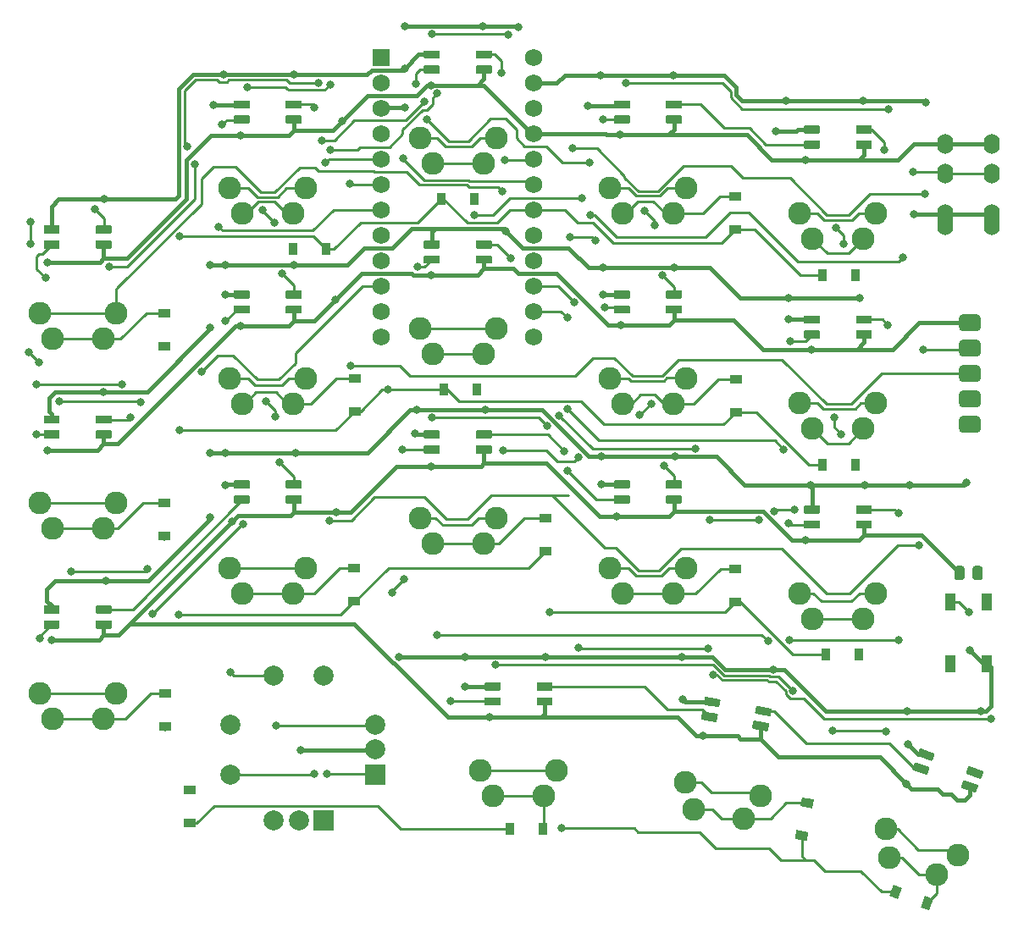
<source format=gbr>
%TF.GenerationSoftware,KiCad,Pcbnew,(5.1.10)-1*%
%TF.CreationDate,2021-12-02T12:06:18-08:00*%
%TF.ProjectId,bgkeeb,62676b65-6562-42e6-9b69-6361645f7063,rev?*%
%TF.SameCoordinates,Original*%
%TF.FileFunction,Copper,L2,Bot*%
%TF.FilePolarity,Positive*%
%FSLAX46Y46*%
G04 Gerber Fmt 4.6, Leading zero omitted, Abs format (unit mm)*
G04 Created by KiCad (PCBNEW (5.1.10)-1) date 2021-12-02 12:06:18*
%MOMM*%
%LPD*%
G01*
G04 APERTURE LIST*
%TA.AperFunction,ComponentPad*%
%ADD10C,2.286000*%
%TD*%
%TA.AperFunction,ComponentPad*%
%ADD11R,2.000000X2.000000*%
%TD*%
%TA.AperFunction,ComponentPad*%
%ADD12C,2.000000*%
%TD*%
%TA.AperFunction,SMDPad,CuDef*%
%ADD13R,1.100000X1.800000*%
%TD*%
%TA.AperFunction,ComponentPad*%
%ADD14O,1.600000X2.000000*%
%TD*%
%TA.AperFunction,SMDPad,CuDef*%
%ADD15R,0.900000X1.200000*%
%TD*%
%TA.AperFunction,ComponentPad*%
%ADD16R,1.752600X1.752600*%
%TD*%
%TA.AperFunction,ComponentPad*%
%ADD17C,1.752600*%
%TD*%
%TA.AperFunction,SMDPad,CuDef*%
%ADD18R,1.200000X0.900000*%
%TD*%
%TA.AperFunction,SMDPad,CuDef*%
%ADD19C,0.100000*%
%TD*%
%TA.AperFunction,ViaPad*%
%ADD20C,0.800000*%
%TD*%
%TA.AperFunction,Conductor*%
%ADD21C,0.381000*%
%TD*%
%TA.AperFunction,Conductor*%
%ADD22C,0.254000*%
%TD*%
G04 APERTURE END LIST*
D10*
%TO.P,SW35,2*%
%TO.N,col4*%
X148959613Y-114765872D03*
%TO.P,SW35,1*%
%TO.N,Net-(D35-Pad2)*%
X142123833Y-114980863D03*
X146897472Y-116718326D03*
%TO.P,SW35,2*%
%TO.N,col4*%
X141799155Y-112159679D03*
%TD*%
%TO.P,SW34,2*%
%TO.N,col3*%
X129274725Y-108803767D03*
%TO.P,SW34,1*%
%TO.N,Net-(D30-Pad2)*%
X122580130Y-110202513D03*
X127582953Y-111084646D03*
%TO.P,SW34,2*%
%TO.N,col3*%
X121770490Y-107480568D03*
%TD*%
%TO.P,SW25,2*%
%TO.N,col4*%
X140807585Y-88566487D03*
%TO.P,SW25,1*%
%TO.N,Net-(D25-Pad2)*%
X134457585Y-91106487D03*
X139537585Y-91106487D03*
%TO.P,SW25,2*%
%TO.N,col4*%
X133187585Y-88566487D03*
%TD*%
%TO.P,SW24,2*%
%TO.N,col3*%
X121807586Y-86066487D03*
%TO.P,SW24,1*%
%TO.N,Net-(D24-Pad2)*%
X115457586Y-88606487D03*
X120537586Y-88606487D03*
%TO.P,SW24,2*%
%TO.N,col3*%
X114187586Y-86066487D03*
%TD*%
%TO.P,SW23,2*%
%TO.N,col2*%
X102807586Y-81066487D03*
%TO.P,SW23,1*%
%TO.N,Net-(D20-Pad2)*%
X96457586Y-83606487D03*
X101537586Y-83606487D03*
%TO.P,SW23,2*%
%TO.N,col2*%
X95187586Y-81066487D03*
%TD*%
%TO.P,SW22,2*%
%TO.N,col1*%
X83807587Y-86066486D03*
%TO.P,SW22,1*%
%TO.N,Net-(D17-Pad2)*%
X77457587Y-88606486D03*
X82537587Y-88606486D03*
%TO.P,SW22,2*%
%TO.N,col1*%
X76187587Y-86066486D03*
%TD*%
%TO.P,SW21,2*%
%TO.N,col0*%
X64807588Y-98566485D03*
%TO.P,SW21,1*%
%TO.N,Net-(D21-Pad2)*%
X58457588Y-101106485D03*
X63537588Y-101106485D03*
%TO.P,SW21,2*%
%TO.N,col0*%
X57187588Y-98566485D03*
%TD*%
%TO.P,SW15,2*%
%TO.N,col4*%
X140807585Y-69566488D03*
%TO.P,SW15,1*%
%TO.N,Net-(D15-Pad2)*%
X134457585Y-72106488D03*
X139537585Y-72106488D03*
%TO.P,SW15,2*%
%TO.N,col4*%
X133187585Y-69566488D03*
%TD*%
%TO.P,SW14,2*%
%TO.N,col3*%
X121807586Y-67066487D03*
%TO.P,SW14,1*%
%TO.N,Net-(D14-Pad2)*%
X115457586Y-69606487D03*
X120537586Y-69606487D03*
%TO.P,SW14,2*%
%TO.N,col3*%
X114187586Y-67066487D03*
%TD*%
%TO.P,SW13,2*%
%TO.N,col2*%
X102807587Y-62066487D03*
%TO.P,SW13,1*%
%TO.N,Net-(D13-Pad2)*%
X96457587Y-64606487D03*
X101537587Y-64606487D03*
%TO.P,SW13,2*%
%TO.N,col2*%
X95187587Y-62066487D03*
%TD*%
%TO.P,SW12,2*%
%TO.N,col1*%
X83807588Y-67066487D03*
%TO.P,SW12,1*%
%TO.N,Net-(D12-Pad2)*%
X77457588Y-69606487D03*
X82537588Y-69606487D03*
%TO.P,SW12,2*%
%TO.N,col1*%
X76187588Y-67066487D03*
%TD*%
%TO.P,SW11,2*%
%TO.N,col0*%
X64807589Y-79566486D03*
%TO.P,SW11,1*%
%TO.N,Net-(D11-Pad2)*%
X58457589Y-82106486D03*
X63537589Y-82106486D03*
%TO.P,SW11,2*%
%TO.N,col0*%
X57187589Y-79566486D03*
%TD*%
%TO.P,SW6,2*%
%TO.N,col2*%
X108888593Y-106254404D03*
%TO.P,SW6,1*%
%TO.N,Net-(D26-Pad2)*%
X102538593Y-108794404D03*
X107618593Y-108794404D03*
%TO.P,SW6,2*%
%TO.N,col2*%
X101268593Y-106254404D03*
%TD*%
%TO.P,SW5,2*%
%TO.N,col4*%
X140807585Y-50566489D03*
%TO.P,SW5,1*%
%TO.N,Net-(D31-Pad2)*%
X134457585Y-53106489D03*
X139537585Y-53106489D03*
%TO.P,SW5,2*%
%TO.N,col4*%
X133187585Y-50566489D03*
%TD*%
%TO.P,SW4,2*%
%TO.N,col3*%
X121807586Y-48066488D03*
%TO.P,SW4,1*%
%TO.N,Net-(D27-Pad2)*%
X115457586Y-50606488D03*
X120537586Y-50606488D03*
%TO.P,SW4,2*%
%TO.N,col3*%
X114187586Y-48066488D03*
%TD*%
%TO.P,SW3,2*%
%TO.N,col2*%
X102807587Y-43066488D03*
%TO.P,SW3,1*%
%TO.N,Net-(D18-Pad2)*%
X96457587Y-45606488D03*
X101537587Y-45606488D03*
%TO.P,SW3,2*%
%TO.N,col2*%
X95187587Y-43066488D03*
%TD*%
%TO.P,SW2,2*%
%TO.N,col1*%
X83807588Y-48066488D03*
%TO.P,SW2,1*%
%TO.N,Net-(D10-Pad2)*%
X77457588Y-50606488D03*
X82537588Y-50606488D03*
%TO.P,SW2,2*%
%TO.N,col1*%
X76187588Y-48066488D03*
%TD*%
%TO.P,SW1,2*%
%TO.N,col0*%
X64807589Y-60566487D03*
%TO.P,SW1,1*%
%TO.N,Net-(D1-Pad2)*%
X58457589Y-63106487D03*
X63537589Y-63106487D03*
%TO.P,SW1,2*%
%TO.N,col0*%
X57187589Y-60566487D03*
%TD*%
D11*
%TO.P,SW7,A*%
%TO.N,ENC1A*%
X85614593Y-111312404D03*
D12*
%TO.P,SW7,C*%
%TO.N,GND*%
X83114593Y-111312404D03*
%TO.P,SW7,B*%
%TO.N,ENC1B*%
X80614593Y-111312404D03*
%TO.P,SW7,S2*%
%TO.N,Net-(D37-Pad2)*%
X85614593Y-96812404D03*
%TO.P,SW7,S1*%
%TO.N,col1*%
X80614593Y-96812404D03*
%TD*%
D13*
%TO.P,SW8,1*%
%TO.N,GND*%
X151893593Y-95634804D03*
%TO.P,SW8,2*%
%TO.N,RESET*%
X148193593Y-89434804D03*
%TO.P,SW8,3*%
%TO.N,N/C*%
X148193593Y-95634804D03*
%TO.P,SW8,4*%
X151893593Y-89434804D03*
%TD*%
%TO.P,R1,2*%
%TO.N,RESET*%
%TA.AperFunction,SMDPad,CuDef*%
G36*
G01*
X150443593Y-86990405D02*
X150443593Y-86090403D01*
G75*
G02*
X150693592Y-85840404I249999J0D01*
G01*
X151218594Y-85840404D01*
G75*
G02*
X151468593Y-86090403I0J-249999D01*
G01*
X151468593Y-86990405D01*
G75*
G02*
X151218594Y-87240404I-249999J0D01*
G01*
X150693592Y-87240404D01*
G75*
G02*
X150443593Y-86990405I0J249999D01*
G01*
G37*
%TD.AperFunction*%
%TO.P,R1,1*%
%TO.N,+5V*%
%TA.AperFunction,SMDPad,CuDef*%
G36*
G01*
X148618593Y-86990405D02*
X148618593Y-86090403D01*
G75*
G02*
X148868592Y-85840404I249999J0D01*
G01*
X149393594Y-85840404D01*
G75*
G02*
X149643593Y-86090403I0J-249999D01*
G01*
X149643593Y-86990405D01*
G75*
G02*
X149393594Y-87240404I-249999J0D01*
G01*
X148868592Y-87240404D01*
G75*
G02*
X148618593Y-86990405I0J249999D01*
G01*
G37*
%TD.AperFunction*%
%TD*%
D11*
%TO.P,SW42,A*%
%TO.N,ENC1A*%
X90741593Y-106693404D03*
D12*
%TO.P,SW42,C*%
%TO.N,GND*%
X90741593Y-104193404D03*
%TO.P,SW42,B*%
%TO.N,ENC1B*%
X90741593Y-101693404D03*
%TO.P,SW42,S2*%
%TO.N,Net-(D37-Pad2)*%
X76241593Y-106693404D03*
%TO.P,SW42,S1*%
%TO.N,col1*%
X76241593Y-101693404D03*
%TD*%
%TO.P,D48,3*%
%TO.N,GND*%
%TA.AperFunction,SMDPad,CuDef*%
G36*
G01*
X97115587Y-35106489D02*
X95679587Y-35106489D01*
G75*
G02*
X95597587Y-35024489I0J82000D01*
G01*
X95597587Y-34368489D01*
G75*
G02*
X95679587Y-34286489I82000J0D01*
G01*
X97115587Y-34286489D01*
G75*
G02*
X97197587Y-34368489I0J-82000D01*
G01*
X97197587Y-35024489D01*
G75*
G02*
X97115587Y-35106489I-82000J0D01*
G01*
G37*
%TD.AperFunction*%
%TO.P,D48,4*%
%TO.N,Net-(D47-Pad2)*%
%TA.AperFunction,SMDPad,CuDef*%
G36*
G01*
X97115587Y-36606489D02*
X95679587Y-36606489D01*
G75*
G02*
X95597587Y-36524489I0J82000D01*
G01*
X95597587Y-35868489D01*
G75*
G02*
X95679587Y-35786489I82000J0D01*
G01*
X97115587Y-35786489D01*
G75*
G02*
X97197587Y-35868489I0J-82000D01*
G01*
X97197587Y-36524489D01*
G75*
G02*
X97115587Y-36606489I-82000J0D01*
G01*
G37*
%TD.AperFunction*%
%TO.P,D48,2*%
%TO.N,Net-(D48-Pad2)*%
%TA.AperFunction,SMDPad,CuDef*%
G36*
G01*
X102315587Y-35106489D02*
X100879587Y-35106489D01*
G75*
G02*
X100797587Y-35024489I0J82000D01*
G01*
X100797587Y-34368489D01*
G75*
G02*
X100879587Y-34286489I82000J0D01*
G01*
X102315587Y-34286489D01*
G75*
G02*
X102397587Y-34368489I0J-82000D01*
G01*
X102397587Y-35024489D01*
G75*
G02*
X102315587Y-35106489I-82000J0D01*
G01*
G37*
%TD.AperFunction*%
%TO.P,D48,1*%
%TO.N,+5V*%
%TA.AperFunction,SMDPad,CuDef*%
G36*
G01*
X102315587Y-36606489D02*
X100879587Y-36606489D01*
G75*
G02*
X100797587Y-36524489I0J82000D01*
G01*
X100797587Y-35868489D01*
G75*
G02*
X100879587Y-35786489I82000J0D01*
G01*
X102315587Y-35786489D01*
G75*
G02*
X102397587Y-35868489I0J-82000D01*
G01*
X102397587Y-36524489D01*
G75*
G02*
X102315587Y-36606489I-82000J0D01*
G01*
G37*
%TD.AperFunction*%
%TD*%
%TO.P,J1,1*%
%TO.N,+5V*%
%TA.AperFunction,ComponentPad*%
G36*
G01*
X151289593Y-61096404D02*
X151289593Y-61946404D01*
G75*
G02*
X150864593Y-62371404I-425000J0D01*
G01*
X149514593Y-62371404D01*
G75*
G02*
X149089593Y-61946404I0J425000D01*
G01*
X149089593Y-61096404D01*
G75*
G02*
X149514593Y-60671404I425000J0D01*
G01*
X150864593Y-60671404D01*
G75*
G02*
X151289593Y-61096404I0J-425000D01*
G01*
G37*
%TD.AperFunction*%
%TO.P,J1,2*%
%TO.N,sda*%
%TA.AperFunction,ComponentPad*%
G36*
G01*
X150864593Y-64911404D02*
X149514593Y-64911404D01*
G75*
G02*
X149089593Y-64486404I0J425000D01*
G01*
X149089593Y-63636404D01*
G75*
G02*
X149514593Y-63211404I425000J0D01*
G01*
X150864593Y-63211404D01*
G75*
G02*
X151289593Y-63636404I0J-425000D01*
G01*
X151289593Y-64486404D01*
G75*
G02*
X150864593Y-64911404I-425000J0D01*
G01*
G37*
%TD.AperFunction*%
%TO.P,J1,3*%
%TO.N,scl*%
%TA.AperFunction,ComponentPad*%
G36*
G01*
X150864593Y-67451404D02*
X149514593Y-67451404D01*
G75*
G02*
X149089593Y-67026404I0J425000D01*
G01*
X149089593Y-66176404D01*
G75*
G02*
X149514593Y-65751404I425000J0D01*
G01*
X150864593Y-65751404D01*
G75*
G02*
X151289593Y-66176404I0J-425000D01*
G01*
X151289593Y-67026404D01*
G75*
G02*
X150864593Y-67451404I-425000J0D01*
G01*
G37*
%TD.AperFunction*%
%TO.P,J1,4*%
%TO.N,Net-(J1-Pad4)*%
%TA.AperFunction,ComponentPad*%
G36*
G01*
X150864593Y-69991404D02*
X149514593Y-69991404D01*
G75*
G02*
X149089593Y-69566404I0J425000D01*
G01*
X149089593Y-68716404D01*
G75*
G02*
X149514593Y-68291404I425000J0D01*
G01*
X150864593Y-68291404D01*
G75*
G02*
X151289593Y-68716404I0J-425000D01*
G01*
X151289593Y-69566404D01*
G75*
G02*
X150864593Y-69991404I-425000J0D01*
G01*
G37*
%TD.AperFunction*%
%TO.P,J1,5*%
%TO.N,GND*%
%TA.AperFunction,ComponentPad*%
G36*
G01*
X150864593Y-72531404D02*
X149514593Y-72531404D01*
G75*
G02*
X149089593Y-72106404I0J425000D01*
G01*
X149089593Y-71256404D01*
G75*
G02*
X149514593Y-70831404I425000J0D01*
G01*
X150864593Y-70831404D01*
G75*
G02*
X151289593Y-71256404I0J-425000D01*
G01*
X151289593Y-72106404D01*
G75*
G02*
X150864593Y-72531404I-425000J0D01*
G01*
G37*
%TD.AperFunction*%
%TD*%
D14*
%TO.P,U4,1*%
%TO.N,GND*%
X152343593Y-51739404D03*
%TO.P,U4,2*%
X147743593Y-50639404D03*
%TO.P,U4,4*%
%TO.N,+5V*%
X147743593Y-43639404D03*
%TO.P,U4,3*%
%TO.N,data*%
X147743593Y-46639404D03*
%TD*%
%TO.P,U3,1*%
%TO.N,GND*%
X147743593Y-51739404D03*
%TO.P,U3,2*%
X152343593Y-50639404D03*
%TO.P,U3,4*%
%TO.N,+5V*%
X152343593Y-43639404D03*
%TO.P,U3,3*%
%TO.N,data*%
X152343593Y-46639404D03*
%TD*%
%TO.P,D51,3*%
%TO.N,GND*%
%TA.AperFunction,SMDPad,CuDef*%
G36*
G01*
X116115586Y-78106488D02*
X114679586Y-78106488D01*
G75*
G02*
X114597586Y-78024488I0J82000D01*
G01*
X114597586Y-77368488D01*
G75*
G02*
X114679586Y-77286488I82000J0D01*
G01*
X116115586Y-77286488D01*
G75*
G02*
X116197586Y-77368488I0J-82000D01*
G01*
X116197586Y-78024488D01*
G75*
G02*
X116115586Y-78106488I-82000J0D01*
G01*
G37*
%TD.AperFunction*%
%TO.P,D51,4*%
%TO.N,Net-(D50-Pad2)*%
%TA.AperFunction,SMDPad,CuDef*%
G36*
G01*
X116115586Y-79606488D02*
X114679586Y-79606488D01*
G75*
G02*
X114597586Y-79524488I0J82000D01*
G01*
X114597586Y-78868488D01*
G75*
G02*
X114679586Y-78786488I82000J0D01*
G01*
X116115586Y-78786488D01*
G75*
G02*
X116197586Y-78868488I0J-82000D01*
G01*
X116197586Y-79524488D01*
G75*
G02*
X116115586Y-79606488I-82000J0D01*
G01*
G37*
%TD.AperFunction*%
%TO.P,D51,2*%
%TO.N,Net-(D51-Pad2)*%
%TA.AperFunction,SMDPad,CuDef*%
G36*
G01*
X121315586Y-78106488D02*
X119879586Y-78106488D01*
G75*
G02*
X119797586Y-78024488I0J82000D01*
G01*
X119797586Y-77368488D01*
G75*
G02*
X119879586Y-77286488I82000J0D01*
G01*
X121315586Y-77286488D01*
G75*
G02*
X121397586Y-77368488I0J-82000D01*
G01*
X121397586Y-78024488D01*
G75*
G02*
X121315586Y-78106488I-82000J0D01*
G01*
G37*
%TD.AperFunction*%
%TO.P,D51,1*%
%TO.N,+5V*%
%TA.AperFunction,SMDPad,CuDef*%
G36*
G01*
X121315586Y-79606488D02*
X119879586Y-79606488D01*
G75*
G02*
X119797586Y-79524488I0J82000D01*
G01*
X119797586Y-78868488D01*
G75*
G02*
X119879586Y-78786488I82000J0D01*
G01*
X121315586Y-78786488D01*
G75*
G02*
X121397586Y-78868488I0J-82000D01*
G01*
X121397586Y-79524488D01*
G75*
G02*
X121315586Y-79606488I-82000J0D01*
G01*
G37*
%TD.AperFunction*%
%TD*%
D15*
%TO.P,D6,2*%
%TO.N,Net-(D26-Pad2)*%
X107522993Y-112118204D03*
%TO.P,D6,1*%
%TO.N,row3*%
X104222993Y-112118204D03*
%TD*%
D16*
%TO.P,U1,1*%
%TO.N,led*%
X91369593Y-34978404D03*
D17*
%TO.P,U1,2*%
%TO.N,data*%
X91369593Y-37518404D03*
%TO.P,U1,3*%
%TO.N,GND*%
X91369593Y-40058404D03*
%TO.P,U1,4*%
X91369593Y-42598404D03*
%TO.P,U1,5*%
%TO.N,sda*%
X91369593Y-45138404D03*
%TO.P,U1,6*%
%TO.N,scl*%
X91369593Y-47678404D03*
%TO.P,U1,7*%
%TO.N,col1*%
X91369593Y-50218404D03*
%TO.P,U1,8*%
%TO.N,Net-(U1-Pad8)*%
X91369593Y-52758404D03*
%TO.P,U1,9*%
%TO.N,row1*%
X91369593Y-55298404D03*
%TO.P,U1,10*%
%TO.N,row3*%
X91369593Y-57838404D03*
%TO.P,U1,11*%
%TO.N,ENC1A*%
X91369593Y-60378404D03*
%TO.P,U1,13*%
%TO.N,Net-(U1-Pad13)*%
X106609593Y-62918404D03*
%TO.P,U1,14*%
%TO.N,col4*%
X106609593Y-60378404D03*
%TO.P,U1,15*%
%TO.N,row2*%
X106609593Y-57838404D03*
%TO.P,U1,16*%
%TO.N,col3*%
X106609593Y-55298404D03*
%TO.P,U1,17*%
%TO.N,Net-(U1-Pad17)*%
X106609593Y-52758404D03*
%TO.P,U1,18*%
%TO.N,row0*%
X106609593Y-50218404D03*
%TO.P,U1,19*%
%TO.N,col2*%
X106609593Y-47678404D03*
%TO.P,U1,20*%
%TO.N,col0*%
X106609593Y-45138404D03*
%TO.P,U1,21*%
%TO.N,+5V*%
X106609593Y-42598404D03*
%TO.P,U1,22*%
%TO.N,RESET*%
X106609593Y-40058404D03*
%TO.P,U1,23*%
%TO.N,GND*%
X106609593Y-37518404D03*
%TO.P,U1,12*%
%TO.N,ENC1B*%
X91369593Y-62918404D03*
%TO.P,U1,24*%
%TO.N,Net-(U1-Pad24)*%
X106609593Y-34978404D03*
%TD*%
%TO.P,D59,3*%
%TO.N,GND*%
%TA.AperFunction,SMDPad,CuDef*%
G36*
G01*
X125051439Y-99976293D02*
X123637255Y-99726935D01*
G75*
G02*
X123570740Y-99631942I14239J80754D01*
G01*
X123684654Y-98985908D01*
G75*
G02*
X123779647Y-98919393I80754J-14239D01*
G01*
X125193831Y-99168751D01*
G75*
G02*
X125260346Y-99263744I-14239J-80754D01*
G01*
X125146432Y-99909778D01*
G75*
G02*
X125051439Y-99976293I-80754J14239D01*
G01*
G37*
%TD.AperFunction*%
%TO.P,D59,4*%
%TO.N,Net-(D57-Pad2)*%
%TA.AperFunction,SMDPad,CuDef*%
G36*
G01*
X124790966Y-101453504D02*
X123376782Y-101204146D01*
G75*
G02*
X123310267Y-101109153I14239J80754D01*
G01*
X123424181Y-100463119D01*
G75*
G02*
X123519174Y-100396604I80754J-14239D01*
G01*
X124933358Y-100645962D01*
G75*
G02*
X124999873Y-100740955I-14239J-80754D01*
G01*
X124885959Y-101386989D01*
G75*
G02*
X124790966Y-101453504I-80754J14239D01*
G01*
G37*
%TD.AperFunction*%
%TO.P,D59,2*%
%TO.N,Net-(D59-Pad2)*%
%TA.AperFunction,SMDPad,CuDef*%
G36*
G01*
X130172439Y-100879263D02*
X128758255Y-100629905D01*
G75*
G02*
X128691740Y-100534912I14239J80754D01*
G01*
X128805654Y-99888878D01*
G75*
G02*
X128900647Y-99822363I80754J-14239D01*
G01*
X130314831Y-100071721D01*
G75*
G02*
X130381346Y-100166714I-14239J-80754D01*
G01*
X130267432Y-100812748D01*
G75*
G02*
X130172439Y-100879263I-80754J14239D01*
G01*
G37*
%TD.AperFunction*%
%TO.P,D59,1*%
%TO.N,+5V*%
%TA.AperFunction,SMDPad,CuDef*%
G36*
G01*
X129911967Y-102356475D02*
X128497783Y-102107117D01*
G75*
G02*
X128431268Y-102012124I14239J80754D01*
G01*
X128545182Y-101366090D01*
G75*
G02*
X128640175Y-101299575I80754J-14239D01*
G01*
X130054359Y-101548933D01*
G75*
G02*
X130120874Y-101643926I-14239J-80754D01*
G01*
X130006960Y-102289960D01*
G75*
G02*
X129911967Y-102356475I-80754J14239D01*
G01*
G37*
%TD.AperFunction*%
%TD*%
%TO.P,D57,3*%
%TO.N,GND*%
%TA.AperFunction,SMDPad,CuDef*%
G36*
G01*
X103196593Y-98294405D02*
X101760593Y-98294405D01*
G75*
G02*
X101678593Y-98212405I0J82000D01*
G01*
X101678593Y-97556405D01*
G75*
G02*
X101760593Y-97474405I82000J0D01*
G01*
X103196593Y-97474405D01*
G75*
G02*
X103278593Y-97556405I0J-82000D01*
G01*
X103278593Y-98212405D01*
G75*
G02*
X103196593Y-98294405I-82000J0D01*
G01*
G37*
%TD.AperFunction*%
%TO.P,D57,4*%
%TO.N,Net-(D56-Pad2)*%
%TA.AperFunction,SMDPad,CuDef*%
G36*
G01*
X103196593Y-99794405D02*
X101760593Y-99794405D01*
G75*
G02*
X101678593Y-99712405I0J82000D01*
G01*
X101678593Y-99056405D01*
G75*
G02*
X101760593Y-98974405I82000J0D01*
G01*
X103196593Y-98974405D01*
G75*
G02*
X103278593Y-99056405I0J-82000D01*
G01*
X103278593Y-99712405D01*
G75*
G02*
X103196593Y-99794405I-82000J0D01*
G01*
G37*
%TD.AperFunction*%
%TO.P,D57,2*%
%TO.N,Net-(D57-Pad2)*%
%TA.AperFunction,SMDPad,CuDef*%
G36*
G01*
X108396593Y-98294405D02*
X106960593Y-98294405D01*
G75*
G02*
X106878593Y-98212405I0J82000D01*
G01*
X106878593Y-97556405D01*
G75*
G02*
X106960593Y-97474405I82000J0D01*
G01*
X108396593Y-97474405D01*
G75*
G02*
X108478593Y-97556405I0J-82000D01*
G01*
X108478593Y-98212405D01*
G75*
G02*
X108396593Y-98294405I-82000J0D01*
G01*
G37*
%TD.AperFunction*%
%TO.P,D57,1*%
%TO.N,+5V*%
%TA.AperFunction,SMDPad,CuDef*%
G36*
G01*
X108396593Y-99794405D02*
X106960593Y-99794405D01*
G75*
G02*
X106878593Y-99712405I0J82000D01*
G01*
X106878593Y-99056405D01*
G75*
G02*
X106960593Y-98974405I82000J0D01*
G01*
X108396593Y-98974405D01*
G75*
G02*
X108478593Y-99056405I0J-82000D01*
G01*
X108478593Y-99712405D01*
G75*
G02*
X108396593Y-99794405I-82000J0D01*
G01*
G37*
%TD.AperFunction*%
%TD*%
%TO.P,D60,3*%
%TO.N,GND*%
%TA.AperFunction,SMDPad,CuDef*%
G36*
G01*
X146333362Y-105339142D02*
X144983963Y-104848001D01*
G75*
G02*
X144934954Y-104742900I28046J77055D01*
G01*
X145159319Y-104126461D01*
G75*
G02*
X145264420Y-104077452I77055J-28046D01*
G01*
X146613819Y-104568593D01*
G75*
G02*
X146662828Y-104673694I-28046J-77055D01*
G01*
X146438463Y-105290133D01*
G75*
G02*
X146333362Y-105339142I-77055J28046D01*
G01*
G37*
%TD.AperFunction*%
%TO.P,D60,4*%
%TO.N,Net-(D59-Pad2)*%
%TA.AperFunction,SMDPad,CuDef*%
G36*
G01*
X145820332Y-106748681D02*
X144470933Y-106257540D01*
G75*
G02*
X144421924Y-106152439I28046J77055D01*
G01*
X144646289Y-105536000D01*
G75*
G02*
X144751390Y-105486991I77055J-28046D01*
G01*
X146100789Y-105978132D01*
G75*
G02*
X146149798Y-106083233I-28046J-77055D01*
G01*
X145925433Y-106699672D01*
G75*
G02*
X145820332Y-106748681I-77055J28046D01*
G01*
G37*
%TD.AperFunction*%
%TO.P,D60,2*%
%TO.N,Net-(D60-Pad2)*%
%TA.AperFunction,SMDPad,CuDef*%
G36*
G01*
X151219764Y-107117646D02*
X149870365Y-106626505D01*
G75*
G02*
X149821356Y-106521404I28046J77055D01*
G01*
X150045721Y-105904965D01*
G75*
G02*
X150150822Y-105855956I77055J-28046D01*
G01*
X151500221Y-106347097D01*
G75*
G02*
X151549230Y-106452198I-28046J-77055D01*
G01*
X151324865Y-107068637D01*
G75*
G02*
X151219764Y-107117646I-77055J28046D01*
G01*
G37*
%TD.AperFunction*%
%TO.P,D60,1*%
%TO.N,+5V*%
%TA.AperFunction,SMDPad,CuDef*%
G36*
G01*
X150706734Y-108527185D02*
X149357335Y-108036044D01*
G75*
G02*
X149308326Y-107930943I28046J77055D01*
G01*
X149532691Y-107314504D01*
G75*
G02*
X149637792Y-107265495I77055J-28046D01*
G01*
X150987191Y-107756636D01*
G75*
G02*
X151036200Y-107861737I-28046J-77055D01*
G01*
X150811835Y-108478176D01*
G75*
G02*
X150706734Y-108527185I-77055J28046D01*
G01*
G37*
%TD.AperFunction*%
%TD*%
%TO.P,D56,3*%
%TO.N,GND*%
%TA.AperFunction,SMDPad,CuDef*%
G36*
G01*
X135115585Y-80606488D02*
X133679585Y-80606488D01*
G75*
G02*
X133597585Y-80524488I0J82000D01*
G01*
X133597585Y-79868488D01*
G75*
G02*
X133679585Y-79786488I82000J0D01*
G01*
X135115585Y-79786488D01*
G75*
G02*
X135197585Y-79868488I0J-82000D01*
G01*
X135197585Y-80524488D01*
G75*
G02*
X135115585Y-80606488I-82000J0D01*
G01*
G37*
%TD.AperFunction*%
%TO.P,D56,4*%
%TO.N,Net-(D55-Pad2)*%
%TA.AperFunction,SMDPad,CuDef*%
G36*
G01*
X135115585Y-82106488D02*
X133679585Y-82106488D01*
G75*
G02*
X133597585Y-82024488I0J82000D01*
G01*
X133597585Y-81368488D01*
G75*
G02*
X133679585Y-81286488I82000J0D01*
G01*
X135115585Y-81286488D01*
G75*
G02*
X135197585Y-81368488I0J-82000D01*
G01*
X135197585Y-82024488D01*
G75*
G02*
X135115585Y-82106488I-82000J0D01*
G01*
G37*
%TD.AperFunction*%
%TO.P,D56,2*%
%TO.N,Net-(D56-Pad2)*%
%TA.AperFunction,SMDPad,CuDef*%
G36*
G01*
X140315585Y-80606488D02*
X138879585Y-80606488D01*
G75*
G02*
X138797585Y-80524488I0J82000D01*
G01*
X138797585Y-79868488D01*
G75*
G02*
X138879585Y-79786488I82000J0D01*
G01*
X140315585Y-79786488D01*
G75*
G02*
X140397585Y-79868488I0J-82000D01*
G01*
X140397585Y-80524488D01*
G75*
G02*
X140315585Y-80606488I-82000J0D01*
G01*
G37*
%TD.AperFunction*%
%TO.P,D56,1*%
%TO.N,+5V*%
%TA.AperFunction,SMDPad,CuDef*%
G36*
G01*
X140315585Y-82106488D02*
X138879585Y-82106488D01*
G75*
G02*
X138797585Y-82024488I0J82000D01*
G01*
X138797585Y-81368488D01*
G75*
G02*
X138879585Y-81286488I82000J0D01*
G01*
X140315585Y-81286488D01*
G75*
G02*
X140397585Y-81368488I0J-82000D01*
G01*
X140397585Y-82024488D01*
G75*
G02*
X140315585Y-82106488I-82000J0D01*
G01*
G37*
%TD.AperFunction*%
%TD*%
D18*
%TO.P,D81,2*%
%TO.N,Net-(D37-Pad2)*%
X72192593Y-108258404D03*
%TO.P,D81,1*%
%TO.N,row3*%
X72192593Y-111558404D03*
%TD*%
%TO.P,D45,3*%
%TO.N,GND*%
%TA.AperFunction,SMDPad,CuDef*%
G36*
G01*
X78115587Y-78106487D02*
X76679587Y-78106487D01*
G75*
G02*
X76597587Y-78024487I0J82000D01*
G01*
X76597587Y-77368487D01*
G75*
G02*
X76679587Y-77286487I82000J0D01*
G01*
X78115587Y-77286487D01*
G75*
G02*
X78197587Y-77368487I0J-82000D01*
G01*
X78197587Y-78024487D01*
G75*
G02*
X78115587Y-78106487I-82000J0D01*
G01*
G37*
%TD.AperFunction*%
%TO.P,D45,4*%
%TO.N,Net-(D43-Pad2)*%
%TA.AperFunction,SMDPad,CuDef*%
G36*
G01*
X78115587Y-79606487D02*
X76679587Y-79606487D01*
G75*
G02*
X76597587Y-79524487I0J82000D01*
G01*
X76597587Y-78868487D01*
G75*
G02*
X76679587Y-78786487I82000J0D01*
G01*
X78115587Y-78786487D01*
G75*
G02*
X78197587Y-78868487I0J-82000D01*
G01*
X78197587Y-79524487D01*
G75*
G02*
X78115587Y-79606487I-82000J0D01*
G01*
G37*
%TD.AperFunction*%
%TO.P,D45,2*%
%TO.N,Net-(D45-Pad2)*%
%TA.AperFunction,SMDPad,CuDef*%
G36*
G01*
X83315587Y-78106487D02*
X81879587Y-78106487D01*
G75*
G02*
X81797587Y-78024487I0J82000D01*
G01*
X81797587Y-77368487D01*
G75*
G02*
X81879587Y-77286487I82000J0D01*
G01*
X83315587Y-77286487D01*
G75*
G02*
X83397587Y-77368487I0J-82000D01*
G01*
X83397587Y-78024487D01*
G75*
G02*
X83315587Y-78106487I-82000J0D01*
G01*
G37*
%TD.AperFunction*%
%TO.P,D45,1*%
%TO.N,+5V*%
%TA.AperFunction,SMDPad,CuDef*%
G36*
G01*
X83315587Y-79606487D02*
X81879587Y-79606487D01*
G75*
G02*
X81797587Y-79524487I0J82000D01*
G01*
X81797587Y-78868487D01*
G75*
G02*
X81879587Y-78786487I82000J0D01*
G01*
X83315587Y-78786487D01*
G75*
G02*
X83397587Y-78868487I0J-82000D01*
G01*
X83397587Y-79524487D01*
G75*
G02*
X83315587Y-79606487I-82000J0D01*
G01*
G37*
%TD.AperFunction*%
%TD*%
%TO.P,D53,3*%
%TO.N,GND*%
%TA.AperFunction,SMDPad,CuDef*%
G36*
G01*
X116115586Y-40106489D02*
X114679586Y-40106489D01*
G75*
G02*
X114597586Y-40024489I0J82000D01*
G01*
X114597586Y-39368489D01*
G75*
G02*
X114679586Y-39286489I82000J0D01*
G01*
X116115586Y-39286489D01*
G75*
G02*
X116197586Y-39368489I0J-82000D01*
G01*
X116197586Y-40024489D01*
G75*
G02*
X116115586Y-40106489I-82000J0D01*
G01*
G37*
%TD.AperFunction*%
%TO.P,D53,4*%
%TO.N,Net-(D52-Pad2)*%
%TA.AperFunction,SMDPad,CuDef*%
G36*
G01*
X116115586Y-41606489D02*
X114679586Y-41606489D01*
G75*
G02*
X114597586Y-41524489I0J82000D01*
G01*
X114597586Y-40868489D01*
G75*
G02*
X114679586Y-40786489I82000J0D01*
G01*
X116115586Y-40786489D01*
G75*
G02*
X116197586Y-40868489I0J-82000D01*
G01*
X116197586Y-41524489D01*
G75*
G02*
X116115586Y-41606489I-82000J0D01*
G01*
G37*
%TD.AperFunction*%
%TO.P,D53,2*%
%TO.N,Net-(D53-Pad2)*%
%TA.AperFunction,SMDPad,CuDef*%
G36*
G01*
X121315586Y-40106489D02*
X119879586Y-40106489D01*
G75*
G02*
X119797586Y-40024489I0J82000D01*
G01*
X119797586Y-39368489D01*
G75*
G02*
X119879586Y-39286489I82000J0D01*
G01*
X121315586Y-39286489D01*
G75*
G02*
X121397586Y-39368489I0J-82000D01*
G01*
X121397586Y-40024489D01*
G75*
G02*
X121315586Y-40106489I-82000J0D01*
G01*
G37*
%TD.AperFunction*%
%TO.P,D53,1*%
%TO.N,+5V*%
%TA.AperFunction,SMDPad,CuDef*%
G36*
G01*
X121315586Y-41606489D02*
X119879586Y-41606489D01*
G75*
G02*
X119797586Y-41524489I0J82000D01*
G01*
X119797586Y-40868489D01*
G75*
G02*
X119879586Y-40786489I82000J0D01*
G01*
X121315586Y-40786489D01*
G75*
G02*
X121397586Y-40868489I0J-82000D01*
G01*
X121397586Y-41524489D01*
G75*
G02*
X121315586Y-41606489I-82000J0D01*
G01*
G37*
%TD.AperFunction*%
%TD*%
%TO.P,D52,3*%
%TO.N,GND*%
%TA.AperFunction,SMDPad,CuDef*%
G36*
G01*
X116115586Y-59106488D02*
X114679586Y-59106488D01*
G75*
G02*
X114597586Y-59024488I0J82000D01*
G01*
X114597586Y-58368488D01*
G75*
G02*
X114679586Y-58286488I82000J0D01*
G01*
X116115586Y-58286488D01*
G75*
G02*
X116197586Y-58368488I0J-82000D01*
G01*
X116197586Y-59024488D01*
G75*
G02*
X116115586Y-59106488I-82000J0D01*
G01*
G37*
%TD.AperFunction*%
%TO.P,D52,4*%
%TO.N,Net-(D51-Pad2)*%
%TA.AperFunction,SMDPad,CuDef*%
G36*
G01*
X116115586Y-60606488D02*
X114679586Y-60606488D01*
G75*
G02*
X114597586Y-60524488I0J82000D01*
G01*
X114597586Y-59868488D01*
G75*
G02*
X114679586Y-59786488I82000J0D01*
G01*
X116115586Y-59786488D01*
G75*
G02*
X116197586Y-59868488I0J-82000D01*
G01*
X116197586Y-60524488D01*
G75*
G02*
X116115586Y-60606488I-82000J0D01*
G01*
G37*
%TD.AperFunction*%
%TO.P,D52,2*%
%TO.N,Net-(D52-Pad2)*%
%TA.AperFunction,SMDPad,CuDef*%
G36*
G01*
X121315586Y-59106488D02*
X119879586Y-59106488D01*
G75*
G02*
X119797586Y-59024488I0J82000D01*
G01*
X119797586Y-58368488D01*
G75*
G02*
X119879586Y-58286488I82000J0D01*
G01*
X121315586Y-58286488D01*
G75*
G02*
X121397586Y-58368488I0J-82000D01*
G01*
X121397586Y-59024488D01*
G75*
G02*
X121315586Y-59106488I-82000J0D01*
G01*
G37*
%TD.AperFunction*%
%TO.P,D52,1*%
%TO.N,+5V*%
%TA.AperFunction,SMDPad,CuDef*%
G36*
G01*
X121315586Y-60606488D02*
X119879586Y-60606488D01*
G75*
G02*
X119797586Y-60524488I0J82000D01*
G01*
X119797586Y-59868488D01*
G75*
G02*
X119879586Y-59786488I82000J0D01*
G01*
X121315586Y-59786488D01*
G75*
G02*
X121397586Y-59868488I0J-82000D01*
G01*
X121397586Y-60524488D01*
G75*
G02*
X121315586Y-60606488I-82000J0D01*
G01*
G37*
%TD.AperFunction*%
%TD*%
%TO.P,D54,3*%
%TO.N,GND*%
%TA.AperFunction,SMDPad,CuDef*%
G36*
G01*
X135115585Y-42606490D02*
X133679585Y-42606490D01*
G75*
G02*
X133597585Y-42524490I0J82000D01*
G01*
X133597585Y-41868490D01*
G75*
G02*
X133679585Y-41786490I82000J0D01*
G01*
X135115585Y-41786490D01*
G75*
G02*
X135197585Y-41868490I0J-82000D01*
G01*
X135197585Y-42524490D01*
G75*
G02*
X135115585Y-42606490I-82000J0D01*
G01*
G37*
%TD.AperFunction*%
%TO.P,D54,4*%
%TO.N,Net-(D53-Pad2)*%
%TA.AperFunction,SMDPad,CuDef*%
G36*
G01*
X135115585Y-44106490D02*
X133679585Y-44106490D01*
G75*
G02*
X133597585Y-44024490I0J82000D01*
G01*
X133597585Y-43368490D01*
G75*
G02*
X133679585Y-43286490I82000J0D01*
G01*
X135115585Y-43286490D01*
G75*
G02*
X135197585Y-43368490I0J-82000D01*
G01*
X135197585Y-44024490D01*
G75*
G02*
X135115585Y-44106490I-82000J0D01*
G01*
G37*
%TD.AperFunction*%
%TO.P,D54,2*%
%TO.N,Net-(D54-Pad2)*%
%TA.AperFunction,SMDPad,CuDef*%
G36*
G01*
X140315585Y-42606490D02*
X138879585Y-42606490D01*
G75*
G02*
X138797585Y-42524490I0J82000D01*
G01*
X138797585Y-41868490D01*
G75*
G02*
X138879585Y-41786490I82000J0D01*
G01*
X140315585Y-41786490D01*
G75*
G02*
X140397585Y-41868490I0J-82000D01*
G01*
X140397585Y-42524490D01*
G75*
G02*
X140315585Y-42606490I-82000J0D01*
G01*
G37*
%TD.AperFunction*%
%TO.P,D54,1*%
%TO.N,+5V*%
%TA.AperFunction,SMDPad,CuDef*%
G36*
G01*
X140315585Y-44106490D02*
X138879585Y-44106490D01*
G75*
G02*
X138797585Y-44024490I0J82000D01*
G01*
X138797585Y-43368490D01*
G75*
G02*
X138879585Y-43286490I82000J0D01*
G01*
X140315585Y-43286490D01*
G75*
G02*
X140397585Y-43368490I0J-82000D01*
G01*
X140397585Y-44024490D01*
G75*
G02*
X140315585Y-44106490I-82000J0D01*
G01*
G37*
%TD.AperFunction*%
%TD*%
%TO.P,D50,3*%
%TO.N,GND*%
%TA.AperFunction,SMDPad,CuDef*%
G36*
G01*
X97115586Y-73106488D02*
X95679586Y-73106488D01*
G75*
G02*
X95597586Y-73024488I0J82000D01*
G01*
X95597586Y-72368488D01*
G75*
G02*
X95679586Y-72286488I82000J0D01*
G01*
X97115586Y-72286488D01*
G75*
G02*
X97197586Y-72368488I0J-82000D01*
G01*
X97197586Y-73024488D01*
G75*
G02*
X97115586Y-73106488I-82000J0D01*
G01*
G37*
%TD.AperFunction*%
%TO.P,D50,4*%
%TO.N,Net-(D49-Pad2)*%
%TA.AperFunction,SMDPad,CuDef*%
G36*
G01*
X97115586Y-74606488D02*
X95679586Y-74606488D01*
G75*
G02*
X95597586Y-74524488I0J82000D01*
G01*
X95597586Y-73868488D01*
G75*
G02*
X95679586Y-73786488I82000J0D01*
G01*
X97115586Y-73786488D01*
G75*
G02*
X97197586Y-73868488I0J-82000D01*
G01*
X97197586Y-74524488D01*
G75*
G02*
X97115586Y-74606488I-82000J0D01*
G01*
G37*
%TD.AperFunction*%
%TO.P,D50,2*%
%TO.N,Net-(D50-Pad2)*%
%TA.AperFunction,SMDPad,CuDef*%
G36*
G01*
X102315586Y-73106488D02*
X100879586Y-73106488D01*
G75*
G02*
X100797586Y-73024488I0J82000D01*
G01*
X100797586Y-72368488D01*
G75*
G02*
X100879586Y-72286488I82000J0D01*
G01*
X102315586Y-72286488D01*
G75*
G02*
X102397586Y-72368488I0J-82000D01*
G01*
X102397586Y-73024488D01*
G75*
G02*
X102315586Y-73106488I-82000J0D01*
G01*
G37*
%TD.AperFunction*%
%TO.P,D50,1*%
%TO.N,+5V*%
%TA.AperFunction,SMDPad,CuDef*%
G36*
G01*
X102315586Y-74606488D02*
X100879586Y-74606488D01*
G75*
G02*
X100797586Y-74524488I0J82000D01*
G01*
X100797586Y-73868488D01*
G75*
G02*
X100879586Y-73786488I82000J0D01*
G01*
X102315586Y-73786488D01*
G75*
G02*
X102397586Y-73868488I0J-82000D01*
G01*
X102397586Y-74524488D01*
G75*
G02*
X102315586Y-74606488I-82000J0D01*
G01*
G37*
%TD.AperFunction*%
%TD*%
%TO.P,D43,3*%
%TO.N,GND*%
%TA.AperFunction,SMDPad,CuDef*%
G36*
G01*
X59115588Y-90606486D02*
X57679588Y-90606486D01*
G75*
G02*
X57597588Y-90524486I0J82000D01*
G01*
X57597588Y-89868486D01*
G75*
G02*
X57679588Y-89786486I82000J0D01*
G01*
X59115588Y-89786486D01*
G75*
G02*
X59197588Y-89868486I0J-82000D01*
G01*
X59197588Y-90524486D01*
G75*
G02*
X59115588Y-90606486I-82000J0D01*
G01*
G37*
%TD.AperFunction*%
%TO.P,D43,4*%
%TO.N,Net-(D42-Pad2)*%
%TA.AperFunction,SMDPad,CuDef*%
G36*
G01*
X59115588Y-92106486D02*
X57679588Y-92106486D01*
G75*
G02*
X57597588Y-92024486I0J82000D01*
G01*
X57597588Y-91368486D01*
G75*
G02*
X57679588Y-91286486I82000J0D01*
G01*
X59115588Y-91286486D01*
G75*
G02*
X59197588Y-91368486I0J-82000D01*
G01*
X59197588Y-92024486D01*
G75*
G02*
X59115588Y-92106486I-82000J0D01*
G01*
G37*
%TD.AperFunction*%
%TO.P,D43,2*%
%TO.N,Net-(D43-Pad2)*%
%TA.AperFunction,SMDPad,CuDef*%
G36*
G01*
X64315588Y-90606486D02*
X62879588Y-90606486D01*
G75*
G02*
X62797588Y-90524486I0J82000D01*
G01*
X62797588Y-89868486D01*
G75*
G02*
X62879588Y-89786486I82000J0D01*
G01*
X64315588Y-89786486D01*
G75*
G02*
X64397588Y-89868486I0J-82000D01*
G01*
X64397588Y-90524486D01*
G75*
G02*
X64315588Y-90606486I-82000J0D01*
G01*
G37*
%TD.AperFunction*%
%TO.P,D43,1*%
%TO.N,+5V*%
%TA.AperFunction,SMDPad,CuDef*%
G36*
G01*
X64315588Y-92106486D02*
X62879588Y-92106486D01*
G75*
G02*
X62797588Y-92024486I0J82000D01*
G01*
X62797588Y-91368486D01*
G75*
G02*
X62879588Y-91286486I82000J0D01*
G01*
X64315588Y-91286486D01*
G75*
G02*
X64397588Y-91368486I0J-82000D01*
G01*
X64397588Y-92024486D01*
G75*
G02*
X64315588Y-92106486I-82000J0D01*
G01*
G37*
%TD.AperFunction*%
%TD*%
%TO.P,D49,3*%
%TO.N,GND*%
%TA.AperFunction,SMDPad,CuDef*%
G36*
G01*
X97115587Y-54106488D02*
X95679587Y-54106488D01*
G75*
G02*
X95597587Y-54024488I0J82000D01*
G01*
X95597587Y-53368488D01*
G75*
G02*
X95679587Y-53286488I82000J0D01*
G01*
X97115587Y-53286488D01*
G75*
G02*
X97197587Y-53368488I0J-82000D01*
G01*
X97197587Y-54024488D01*
G75*
G02*
X97115587Y-54106488I-82000J0D01*
G01*
G37*
%TD.AperFunction*%
%TO.P,D49,4*%
%TO.N,Net-(D48-Pad2)*%
%TA.AperFunction,SMDPad,CuDef*%
G36*
G01*
X97115587Y-55606488D02*
X95679587Y-55606488D01*
G75*
G02*
X95597587Y-55524488I0J82000D01*
G01*
X95597587Y-54868488D01*
G75*
G02*
X95679587Y-54786488I82000J0D01*
G01*
X97115587Y-54786488D01*
G75*
G02*
X97197587Y-54868488I0J-82000D01*
G01*
X97197587Y-55524488D01*
G75*
G02*
X97115587Y-55606488I-82000J0D01*
G01*
G37*
%TD.AperFunction*%
%TO.P,D49,2*%
%TO.N,Net-(D49-Pad2)*%
%TA.AperFunction,SMDPad,CuDef*%
G36*
G01*
X102315587Y-54106488D02*
X100879587Y-54106488D01*
G75*
G02*
X100797587Y-54024488I0J82000D01*
G01*
X100797587Y-53368488D01*
G75*
G02*
X100879587Y-53286488I82000J0D01*
G01*
X102315587Y-53286488D01*
G75*
G02*
X102397587Y-53368488I0J-82000D01*
G01*
X102397587Y-54024488D01*
G75*
G02*
X102315587Y-54106488I-82000J0D01*
G01*
G37*
%TD.AperFunction*%
%TO.P,D49,1*%
%TO.N,+5V*%
%TA.AperFunction,SMDPad,CuDef*%
G36*
G01*
X102315587Y-55606488D02*
X100879587Y-55606488D01*
G75*
G02*
X100797587Y-55524488I0J82000D01*
G01*
X100797587Y-54868488D01*
G75*
G02*
X100879587Y-54786488I82000J0D01*
G01*
X102315587Y-54786488D01*
G75*
G02*
X102397587Y-54868488I0J-82000D01*
G01*
X102397587Y-55524488D01*
G75*
G02*
X102315587Y-55606488I-82000J0D01*
G01*
G37*
%TD.AperFunction*%
%TD*%
%TO.P,D46,3*%
%TO.N,GND*%
%TA.AperFunction,SMDPad,CuDef*%
G36*
G01*
X78115588Y-59106488D02*
X76679588Y-59106488D01*
G75*
G02*
X76597588Y-59024488I0J82000D01*
G01*
X76597588Y-58368488D01*
G75*
G02*
X76679588Y-58286488I82000J0D01*
G01*
X78115588Y-58286488D01*
G75*
G02*
X78197588Y-58368488I0J-82000D01*
G01*
X78197588Y-59024488D01*
G75*
G02*
X78115588Y-59106488I-82000J0D01*
G01*
G37*
%TD.AperFunction*%
%TO.P,D46,4*%
%TO.N,Net-(D45-Pad2)*%
%TA.AperFunction,SMDPad,CuDef*%
G36*
G01*
X78115588Y-60606488D02*
X76679588Y-60606488D01*
G75*
G02*
X76597588Y-60524488I0J82000D01*
G01*
X76597588Y-59868488D01*
G75*
G02*
X76679588Y-59786488I82000J0D01*
G01*
X78115588Y-59786488D01*
G75*
G02*
X78197588Y-59868488I0J-82000D01*
G01*
X78197588Y-60524488D01*
G75*
G02*
X78115588Y-60606488I-82000J0D01*
G01*
G37*
%TD.AperFunction*%
%TO.P,D46,2*%
%TO.N,Net-(D46-Pad2)*%
%TA.AperFunction,SMDPad,CuDef*%
G36*
G01*
X83315588Y-59106488D02*
X81879588Y-59106488D01*
G75*
G02*
X81797588Y-59024488I0J82000D01*
G01*
X81797588Y-58368488D01*
G75*
G02*
X81879588Y-58286488I82000J0D01*
G01*
X83315588Y-58286488D01*
G75*
G02*
X83397588Y-58368488I0J-82000D01*
G01*
X83397588Y-59024488D01*
G75*
G02*
X83315588Y-59106488I-82000J0D01*
G01*
G37*
%TD.AperFunction*%
%TO.P,D46,1*%
%TO.N,+5V*%
%TA.AperFunction,SMDPad,CuDef*%
G36*
G01*
X83315588Y-60606488D02*
X81879588Y-60606488D01*
G75*
G02*
X81797588Y-60524488I0J82000D01*
G01*
X81797588Y-59868488D01*
G75*
G02*
X81879588Y-59786488I82000J0D01*
G01*
X83315588Y-59786488D01*
G75*
G02*
X83397588Y-59868488I0J-82000D01*
G01*
X83397588Y-60524488D01*
G75*
G02*
X83315588Y-60606488I-82000J0D01*
G01*
G37*
%TD.AperFunction*%
%TD*%
%TO.P,D42,3*%
%TO.N,GND*%
%TA.AperFunction,SMDPad,CuDef*%
G36*
G01*
X59115589Y-71606487D02*
X57679589Y-71606487D01*
G75*
G02*
X57597589Y-71524487I0J82000D01*
G01*
X57597589Y-70868487D01*
G75*
G02*
X57679589Y-70786487I82000J0D01*
G01*
X59115589Y-70786487D01*
G75*
G02*
X59197589Y-70868487I0J-82000D01*
G01*
X59197589Y-71524487D01*
G75*
G02*
X59115589Y-71606487I-82000J0D01*
G01*
G37*
%TD.AperFunction*%
%TO.P,D42,4*%
%TO.N,Net-(D41-Pad2)*%
%TA.AperFunction,SMDPad,CuDef*%
G36*
G01*
X59115589Y-73106487D02*
X57679589Y-73106487D01*
G75*
G02*
X57597589Y-73024487I0J82000D01*
G01*
X57597589Y-72368487D01*
G75*
G02*
X57679589Y-72286487I82000J0D01*
G01*
X59115589Y-72286487D01*
G75*
G02*
X59197589Y-72368487I0J-82000D01*
G01*
X59197589Y-73024487D01*
G75*
G02*
X59115589Y-73106487I-82000J0D01*
G01*
G37*
%TD.AperFunction*%
%TO.P,D42,2*%
%TO.N,Net-(D42-Pad2)*%
%TA.AperFunction,SMDPad,CuDef*%
G36*
G01*
X64315589Y-71606487D02*
X62879589Y-71606487D01*
G75*
G02*
X62797589Y-71524487I0J82000D01*
G01*
X62797589Y-70868487D01*
G75*
G02*
X62879589Y-70786487I82000J0D01*
G01*
X64315589Y-70786487D01*
G75*
G02*
X64397589Y-70868487I0J-82000D01*
G01*
X64397589Y-71524487D01*
G75*
G02*
X64315589Y-71606487I-82000J0D01*
G01*
G37*
%TD.AperFunction*%
%TO.P,D42,1*%
%TO.N,+5V*%
%TA.AperFunction,SMDPad,CuDef*%
G36*
G01*
X64315589Y-73106487D02*
X62879589Y-73106487D01*
G75*
G02*
X62797589Y-73024487I0J82000D01*
G01*
X62797589Y-72368487D01*
G75*
G02*
X62879589Y-72286487I82000J0D01*
G01*
X64315589Y-72286487D01*
G75*
G02*
X64397589Y-72368487I0J-82000D01*
G01*
X64397589Y-73024487D01*
G75*
G02*
X64315589Y-73106487I-82000J0D01*
G01*
G37*
%TD.AperFunction*%
%TD*%
%TO.P,D55,3*%
%TO.N,GND*%
%TA.AperFunction,SMDPad,CuDef*%
G36*
G01*
X135115585Y-61606489D02*
X133679585Y-61606489D01*
G75*
G02*
X133597585Y-61524489I0J82000D01*
G01*
X133597585Y-60868489D01*
G75*
G02*
X133679585Y-60786489I82000J0D01*
G01*
X135115585Y-60786489D01*
G75*
G02*
X135197585Y-60868489I0J-82000D01*
G01*
X135197585Y-61524489D01*
G75*
G02*
X135115585Y-61606489I-82000J0D01*
G01*
G37*
%TD.AperFunction*%
%TO.P,D55,4*%
%TO.N,Net-(D54-Pad2)*%
%TA.AperFunction,SMDPad,CuDef*%
G36*
G01*
X135115585Y-63106489D02*
X133679585Y-63106489D01*
G75*
G02*
X133597585Y-63024489I0J82000D01*
G01*
X133597585Y-62368489D01*
G75*
G02*
X133679585Y-62286489I82000J0D01*
G01*
X135115585Y-62286489D01*
G75*
G02*
X135197585Y-62368489I0J-82000D01*
G01*
X135197585Y-63024489D01*
G75*
G02*
X135115585Y-63106489I-82000J0D01*
G01*
G37*
%TD.AperFunction*%
%TO.P,D55,2*%
%TO.N,Net-(D55-Pad2)*%
%TA.AperFunction,SMDPad,CuDef*%
G36*
G01*
X140315585Y-61606489D02*
X138879585Y-61606489D01*
G75*
G02*
X138797585Y-61524489I0J82000D01*
G01*
X138797585Y-60868489D01*
G75*
G02*
X138879585Y-60786489I82000J0D01*
G01*
X140315585Y-60786489D01*
G75*
G02*
X140397585Y-60868489I0J-82000D01*
G01*
X140397585Y-61524489D01*
G75*
G02*
X140315585Y-61606489I-82000J0D01*
G01*
G37*
%TD.AperFunction*%
%TO.P,D55,1*%
%TO.N,+5V*%
%TA.AperFunction,SMDPad,CuDef*%
G36*
G01*
X140315585Y-63106489D02*
X138879585Y-63106489D01*
G75*
G02*
X138797585Y-63024489I0J82000D01*
G01*
X138797585Y-62368489D01*
G75*
G02*
X138879585Y-62286489I82000J0D01*
G01*
X140315585Y-62286489D01*
G75*
G02*
X140397585Y-62368489I0J-82000D01*
G01*
X140397585Y-63024489D01*
G75*
G02*
X140315585Y-63106489I-82000J0D01*
G01*
G37*
%TD.AperFunction*%
%TD*%
%TO.P,D47,3*%
%TO.N,GND*%
%TA.AperFunction,SMDPad,CuDef*%
G36*
G01*
X78115588Y-40106489D02*
X76679588Y-40106489D01*
G75*
G02*
X76597588Y-40024489I0J82000D01*
G01*
X76597588Y-39368489D01*
G75*
G02*
X76679588Y-39286489I82000J0D01*
G01*
X78115588Y-39286489D01*
G75*
G02*
X78197588Y-39368489I0J-82000D01*
G01*
X78197588Y-40024489D01*
G75*
G02*
X78115588Y-40106489I-82000J0D01*
G01*
G37*
%TD.AperFunction*%
%TO.P,D47,4*%
%TO.N,Net-(D46-Pad2)*%
%TA.AperFunction,SMDPad,CuDef*%
G36*
G01*
X78115588Y-41606489D02*
X76679588Y-41606489D01*
G75*
G02*
X76597588Y-41524489I0J82000D01*
G01*
X76597588Y-40868489D01*
G75*
G02*
X76679588Y-40786489I82000J0D01*
G01*
X78115588Y-40786489D01*
G75*
G02*
X78197588Y-40868489I0J-82000D01*
G01*
X78197588Y-41524489D01*
G75*
G02*
X78115588Y-41606489I-82000J0D01*
G01*
G37*
%TD.AperFunction*%
%TO.P,D47,2*%
%TO.N,Net-(D47-Pad2)*%
%TA.AperFunction,SMDPad,CuDef*%
G36*
G01*
X83315588Y-40106489D02*
X81879588Y-40106489D01*
G75*
G02*
X81797588Y-40024489I0J82000D01*
G01*
X81797588Y-39368489D01*
G75*
G02*
X81879588Y-39286489I82000J0D01*
G01*
X83315588Y-39286489D01*
G75*
G02*
X83397588Y-39368489I0J-82000D01*
G01*
X83397588Y-40024489D01*
G75*
G02*
X83315588Y-40106489I-82000J0D01*
G01*
G37*
%TD.AperFunction*%
%TO.P,D47,1*%
%TO.N,+5V*%
%TA.AperFunction,SMDPad,CuDef*%
G36*
G01*
X83315588Y-41606489D02*
X81879588Y-41606489D01*
G75*
G02*
X81797588Y-41524489I0J82000D01*
G01*
X81797588Y-40868489D01*
G75*
G02*
X81879588Y-40786489I82000J0D01*
G01*
X83315588Y-40786489D01*
G75*
G02*
X83397588Y-40868489I0J-82000D01*
G01*
X83397588Y-41524489D01*
G75*
G02*
X83315588Y-41606489I-82000J0D01*
G01*
G37*
%TD.AperFunction*%
%TD*%
%TO.P,D41,3*%
%TO.N,GND*%
%TA.AperFunction,SMDPad,CuDef*%
G36*
G01*
X59115589Y-52606488D02*
X57679589Y-52606488D01*
G75*
G02*
X57597589Y-52524488I0J82000D01*
G01*
X57597589Y-51868488D01*
G75*
G02*
X57679589Y-51786488I82000J0D01*
G01*
X59115589Y-51786488D01*
G75*
G02*
X59197589Y-51868488I0J-82000D01*
G01*
X59197589Y-52524488D01*
G75*
G02*
X59115589Y-52606488I-82000J0D01*
G01*
G37*
%TD.AperFunction*%
%TO.P,D41,4*%
%TO.N,led*%
%TA.AperFunction,SMDPad,CuDef*%
G36*
G01*
X59115589Y-54106488D02*
X57679589Y-54106488D01*
G75*
G02*
X57597589Y-54024488I0J82000D01*
G01*
X57597589Y-53368488D01*
G75*
G02*
X57679589Y-53286488I82000J0D01*
G01*
X59115589Y-53286488D01*
G75*
G02*
X59197589Y-53368488I0J-82000D01*
G01*
X59197589Y-54024488D01*
G75*
G02*
X59115589Y-54106488I-82000J0D01*
G01*
G37*
%TD.AperFunction*%
%TO.P,D41,2*%
%TO.N,Net-(D41-Pad2)*%
%TA.AperFunction,SMDPad,CuDef*%
G36*
G01*
X64315589Y-52606488D02*
X62879589Y-52606488D01*
G75*
G02*
X62797589Y-52524488I0J82000D01*
G01*
X62797589Y-51868488D01*
G75*
G02*
X62879589Y-51786488I82000J0D01*
G01*
X64315589Y-51786488D01*
G75*
G02*
X64397589Y-51868488I0J-82000D01*
G01*
X64397589Y-52524488D01*
G75*
G02*
X64315589Y-52606488I-82000J0D01*
G01*
G37*
%TD.AperFunction*%
%TO.P,D41,1*%
%TO.N,+5V*%
%TA.AperFunction,SMDPad,CuDef*%
G36*
G01*
X64315589Y-54106488D02*
X62879589Y-54106488D01*
G75*
G02*
X62797589Y-54024488I0J82000D01*
G01*
X62797589Y-53368488D01*
G75*
G02*
X62879589Y-53286488I82000J0D01*
G01*
X64315589Y-53286488D01*
G75*
G02*
X64397589Y-53368488I0J-82000D01*
G01*
X64397589Y-54024488D01*
G75*
G02*
X64315589Y-54106488I-82000J0D01*
G01*
G37*
%TD.AperFunction*%
%TD*%
%TA.AperFunction,SMDPad,CuDef*%
D19*
%TO.P,D35,2*%
%TO.N,Net-(D35-Pad2)*%
G36*
X145251012Y-119963144D02*
G01*
X145661436Y-118835512D01*
X146507160Y-119143330D01*
X146096736Y-120270962D01*
X145251012Y-119963144D01*
G37*
%TD.AperFunction*%
%TA.AperFunction,SMDPad,CuDef*%
%TO.P,D35,1*%
%TO.N,row3*%
G36*
X142150026Y-118834478D02*
G01*
X142560450Y-117706846D01*
X143406174Y-118014664D01*
X142995750Y-119142296D01*
X142150026Y-118834478D01*
G37*
%TD.AperFunction*%
%TD*%
%TA.AperFunction,SMDPad,CuDef*%
%TO.P,D34,2*%
%TO.N,Net-(D30-Pad2)*%
G36*
X134459855Y-110088123D02*
G01*
X133278086Y-109879746D01*
X133434369Y-108993419D01*
X134616138Y-109201796D01*
X134459855Y-110088123D01*
G37*
%TD.AperFunction*%
%TA.AperFunction,SMDPad,CuDef*%
%TO.P,D34,1*%
%TO.N,row3*%
G36*
X133886817Y-113337989D02*
G01*
X132705048Y-113129612D01*
X132861331Y-112243285D01*
X134043100Y-112451662D01*
X133886817Y-113337989D01*
G37*
%TD.AperFunction*%
%TD*%
D15*
%TO.P,D25,2*%
%TO.N,Net-(D25-Pad2)*%
X139057093Y-94693804D03*
%TO.P,D25,1*%
%TO.N,row2*%
X135757093Y-94693804D03*
%TD*%
D18*
%TO.P,D24,2*%
%TO.N,Net-(D24-Pad2)*%
X126739093Y-86096904D03*
%TO.P,D24,1*%
%TO.N,row2*%
X126739093Y-89396904D03*
%TD*%
%TO.P,D23,2*%
%TO.N,Net-(D20-Pad2)*%
X107752593Y-81067704D03*
%TO.P,D23,1*%
%TO.N,row2*%
X107752593Y-84367704D03*
%TD*%
%TO.P,D22,2*%
%TO.N,Net-(D17-Pad2)*%
X88613693Y-86071504D03*
%TO.P,D22,1*%
%TO.N,row2*%
X88613693Y-89371504D03*
%TD*%
%TO.P,D21,2*%
%TO.N,Net-(D21-Pad2)*%
X69779593Y-98619104D03*
%TO.P,D21,1*%
%TO.N,row2*%
X69779593Y-101919104D03*
%TD*%
D15*
%TO.P,D15,2*%
%TO.N,Net-(D15-Pad2)*%
X138777693Y-75694604D03*
%TO.P,D15,1*%
%TO.N,row1*%
X135477693Y-75694604D03*
%TD*%
D18*
%TO.P,D14,2*%
%TO.N,Net-(D14-Pad2)*%
X126802593Y-67148504D03*
%TO.P,D14,1*%
%TO.N,row1*%
X126802593Y-70448504D03*
%TD*%
D15*
%TO.P,D13,2*%
%TO.N,Net-(D13-Pad2)*%
X100931693Y-68201604D03*
%TO.P,D13,1*%
%TO.N,row1*%
X97631693Y-68201604D03*
%TD*%
D18*
%TO.P,D12,2*%
%TO.N,Net-(D12-Pad2)*%
X88677193Y-67059604D03*
%TO.P,D12,1*%
%TO.N,row1*%
X88677193Y-70359604D03*
%TD*%
%TO.P,D11,2*%
%TO.N,Net-(D11-Pad2)*%
X69677993Y-79569104D03*
%TO.P,D11,1*%
%TO.N,row1*%
X69677993Y-82869104D03*
%TD*%
D15*
%TO.P,D5,2*%
%TO.N,Net-(D31-Pad2)*%
X138752293Y-56733504D03*
%TO.P,D5,1*%
%TO.N,row0*%
X135452293Y-56733504D03*
%TD*%
D18*
%TO.P,D4,2*%
%TO.N,Net-(D27-Pad2)*%
X126726393Y-48860504D03*
%TO.P,D4,1*%
%TO.N,row0*%
X126726393Y-52160504D03*
%TD*%
D15*
%TO.P,D3,2*%
%TO.N,Net-(D18-Pad2)*%
X100626893Y-49100804D03*
%TO.P,D3,1*%
%TO.N,row0*%
X97326893Y-49100804D03*
%TD*%
%TO.P,D2,2*%
%TO.N,Net-(D10-Pad2)*%
X82518693Y-54168104D03*
%TO.P,D2,1*%
%TO.N,row0*%
X85818693Y-54168104D03*
%TD*%
D18*
%TO.P,D1,2*%
%TO.N,Net-(D1-Pad2)*%
X69665293Y-60557204D03*
%TO.P,D1,1*%
%TO.N,row0*%
X69665293Y-63857204D03*
%TD*%
D20*
%TO.N,GND*%
X83292393Y-104269604D03*
X150145193Y-94262004D03*
X75558093Y-36685956D03*
X74542093Y-39702804D03*
X82619293Y-36731004D03*
X63645476Y-49179894D03*
X93680993Y-40007604D03*
X93706393Y-31828804D03*
X101529593Y-31866904D03*
X105009393Y-31981204D03*
X113277093Y-36743704D03*
X111981693Y-39829804D03*
X120566893Y-36756404D03*
X131831793Y-39296404D03*
X130803093Y-42369804D03*
X139540693Y-39334504D03*
X145750993Y-39461504D03*
X93680993Y-36108704D03*
X74272293Y-62016704D03*
X74224593Y-55717504D03*
X139134293Y-59057604D03*
X132025393Y-61165804D03*
X132025393Y-59057604D03*
X120630393Y-56009604D03*
X113483393Y-58740104D03*
X113483393Y-56009604D03*
X103790193Y-52339304D03*
X82631993Y-55717504D03*
X75726293Y-58689304D03*
X75726293Y-55717504D03*
X63594693Y-68455604D03*
X74272293Y-80952404D03*
X74272293Y-74513504D03*
X139642293Y-77739304D03*
X149814993Y-77523404D03*
X120744693Y-74894504D03*
X113356393Y-77675804D03*
X113378693Y-74894504D03*
X101707393Y-70233604D03*
X94687393Y-72621204D03*
X94874793Y-70233604D03*
X82809793Y-74513504D03*
X75726293Y-77713904D03*
X75726293Y-74513504D03*
X63823293Y-87353204D03*
X93134893Y-94909704D03*
X151250093Y-100358004D03*
X143972993Y-103685404D03*
X143909493Y-100358004D03*
X130561793Y-96179704D03*
X121468593Y-99189604D03*
X121370093Y-94909704D03*
X107752593Y-94909704D03*
X99741993Y-97894204D03*
X99741993Y-94909704D03*
X134244793Y-77726604D03*
X144138093Y-77739304D03*
X144620693Y-50675604D03*
%TO.N,+5V*%
X58006693Y-55476204D03*
X133736793Y-45252704D03*
X115220193Y-42738104D03*
X96322593Y-37772404D03*
X77259893Y-42788904D03*
X57955893Y-74272204D03*
X77297993Y-61813504D03*
X96360693Y-56733504D03*
X115321793Y-61750004D03*
X134333693Y-64201104D03*
X149131093Y-86540404D03*
X58400393Y-93246004D03*
X143833293Y-107635104D03*
X123487893Y-102847204D03*
X102202693Y-100929504D03*
X76447093Y-81371504D03*
X86740443Y-59203654D03*
X86852087Y-80466110D03*
X87407193Y-41366504D03*
X96322593Y-75859704D03*
X114851893Y-80876204D03*
X133774893Y-83251104D03*
%TO.N,Net-(D1-Pad2)*%
X69665293Y-60557204D03*
%TO.N,row0*%
X69665293Y-63870904D03*
X71189293Y-52885404D03*
X85818693Y-54168104D03*
X97326893Y-49100804D03*
X126726393Y-52160504D03*
X135452293Y-56733504D03*
%TO.N,Net-(D10-Pad2)*%
X82518693Y-54168104D03*
%TO.N,Net-(D11-Pad2)*%
X69677993Y-79569104D03*
%TO.N,row1*%
X69677993Y-82882804D03*
X71151193Y-72252904D03*
X88677193Y-70359604D03*
X97631693Y-68201604D03*
X126802593Y-70448504D03*
X135477693Y-75694604D03*
X91988793Y-68201604D03*
%TO.N,Net-(D12-Pad2)*%
X88677193Y-67059604D03*
%TO.N,Net-(D13-Pad2)*%
X100931693Y-68201604D03*
%TO.N,Net-(D14-Pad2)*%
X126802593Y-67148504D03*
%TO.N,Net-(D15-Pad2)*%
X138777693Y-75694604D03*
%TO.N,Net-(D17-Pad2)*%
X88613693Y-86071504D03*
%TO.N,Net-(D18-Pad2)*%
X100626893Y-49100804D03*
%TO.N,Net-(D20-Pad2)*%
X107752593Y-81067704D03*
%TO.N,Net-(D21-Pad2)*%
X69779593Y-98619104D03*
%TO.N,row2*%
X69779593Y-101932804D03*
X71062293Y-90693304D03*
X88613693Y-89371504D03*
X107752593Y-84367704D03*
X108197093Y-90464704D03*
X126739093Y-89396904D03*
X135757093Y-94693804D03*
X110646475Y-59488022D03*
%TO.N,Net-(D24-Pad2)*%
X126739093Y-86096904D03*
%TO.N,Net-(D25-Pad2)*%
X139057093Y-94693804D03*
%TO.N,Net-(D26-Pad2)*%
X107522993Y-112118204D03*
%TO.N,Net-(D27-Pad2)*%
X126726393Y-48860504D03*
%TO.N,Net-(D30-Pad2)*%
X133947112Y-109540771D03*
%TO.N,Net-(D31-Pad2)*%
X138752293Y-56733504D03*
%TO.N,row3*%
X133381193Y-112791304D03*
X109403593Y-112054704D03*
X104222993Y-112118204D03*
X142778100Y-118424571D03*
X72192593Y-111558404D03*
X73373693Y-66372804D03*
%TO.N,Net-(D35-Pad2)*%
X145879086Y-119553237D03*
%TO.N,Net-(D37-Pad2)*%
X72192593Y-108258404D03*
X84638593Y-106606404D03*
%TO.N,Net-(D38-Pad2)*%
X56072215Y-64463726D03*
X57113050Y-65479161D03*
X56914493Y-67655504D03*
X65410793Y-67665104D03*
%TO.N,Net-(D40-Pad2)*%
X59175093Y-69408104D03*
X67303093Y-69471604D03*
%TO.N,led*%
X85044993Y-37521504D03*
X71976693Y-43906504D03*
X72725993Y-45633704D03*
X64178893Y-55908004D03*
X57790793Y-57051004D03*
%TO.N,Net-(D41-Pad2)*%
X62680293Y-50154904D03*
X56241393Y-51399504D03*
X56266793Y-53660104D03*
X56879493Y-72646604D03*
%TO.N,Net-(D42-Pad2)*%
X66299793Y-70970204D03*
X57244693Y-93080904D03*
%TO.N,Net-(D45-Pad2)*%
X81171493Y-75478704D03*
X80765093Y-70868604D03*
X79787193Y-69344604D03*
X75748593Y-61369004D03*
%TO.N,Net-(D46-Pad2)*%
X81450893Y-56619204D03*
X75418393Y-41696704D03*
%TO.N,Net-(D47-Pad2)*%
X84638593Y-39956804D03*
X85375193Y-43296904D03*
X95636793Y-39410704D03*
X94773193Y-37645404D03*
%TO.N,Net-(D48-Pad2)*%
X103320293Y-36502404D03*
X94950993Y-55943004D03*
%TO.N,Net-(D49-Pad2)*%
X104310893Y-55031704D03*
X93465093Y-74196004D03*
%TO.N,Net-(D50-Pad2)*%
X109657593Y-74348404D03*
X109924293Y-76291504D03*
%TO.N,Net-(D51-Pad2)*%
X119601693Y-75796204D03*
X113658093Y-59946604D03*
%TO.N,Net-(D52-Pad2)*%
X119436593Y-56800104D03*
X118712693Y-51742404D03*
X117693593Y-50307304D03*
X113480293Y-41150604D03*
%TO.N,Net-(D54-Pad2)*%
X141648893Y-44198604D03*
X132187393Y-63324804D03*
%TO.N,Net-(D55-Pad2)*%
X141953693Y-61724604D03*
X132101593Y-81536604D03*
%TO.N,Net-(D56-Pad2)*%
X143071293Y-80584104D03*
X143045893Y-93284104D03*
X132129960Y-93278037D03*
X129990293Y-93334904D03*
X96881393Y-92725304D03*
X98278393Y-99367404D03*
%TO.N,Net-(D58-Pad2)*%
X60330793Y-86413404D03*
X67988893Y-86108604D03*
X68509593Y-90604404D03*
X77501193Y-81676304D03*
%TO.N,Net-(D61-Pad2)*%
X115766293Y-37534204D03*
X142080693Y-40134604D03*
%TO.N,Net-(D66-Pad2)*%
X132647693Y-80177704D03*
X130647593Y-80355504D03*
X129063193Y-81231804D03*
X124224493Y-81231804D03*
X124033993Y-94084204D03*
X111041893Y-94033404D03*
%TO.N,Net-(D67-Pad2)*%
X77932993Y-37930466D03*
X86213393Y-37683504D03*
X86213393Y-44185904D03*
X96933102Y-38564415D03*
%TO.N,Net-(D68-Pad2)*%
X102748793Y-95700204D03*
X132492193Y-98313304D03*
%TO.N,Net-(D69-Pad2)*%
X96386093Y-32619304D03*
X104069593Y-32717804D03*
%TO.N,Net-(D70-Pad2)*%
X100665993Y-50713704D03*
X111397493Y-49075404D03*
X111054425Y-74958172D03*
X103536193Y-74323004D03*
%TO.N,Net-(D71-Pad2)*%
X124525592Y-96729506D03*
X152266093Y-101120004D03*
%TO.N,RESET*%
X150068993Y-90439304D03*
X110470393Y-44058904D03*
X145700193Y-48592804D03*
X150956093Y-86540404D03*
%TO.N,col0*%
X103409193Y-48351504D03*
X103675893Y-45240004D03*
%TO.N,Net-(D39-Pad2)*%
X117150593Y-70767004D03*
X118318993Y-69598604D03*
%TO.N,Net-(D46-Pad2)*%
X79456993Y-50269204D03*
X80625393Y-51513804D03*
%TO.N,Net-(D64-Pad2)*%
X136606993Y-71021004D03*
X137343593Y-72646604D03*
%TO.N,col1*%
X76241593Y-96431404D03*
X75088193Y-51920204D03*
%TO.N,col2*%
X93528593Y-45113004D03*
%TO.N,col3*%
X110203693Y-52987004D03*
X112756393Y-53307681D03*
%TO.N,col4*%
X109919475Y-60975304D03*
X109919475Y-70109704D03*
X131571726Y-74202071D03*
%TO.N,Net-(D62-Pad2)*%
X137572193Y-53622004D03*
X136810193Y-52021804D03*
%TO.N,col4*%
X136454593Y-102288404D03*
X141799155Y-102362466D03*
%TO.N,sda*%
X85768893Y-45506704D03*
X86137193Y-81295304D03*
X145065193Y-83759104D03*
X145547793Y-64213804D03*
%TO.N,scl*%
X88197693Y-47640304D03*
X88283493Y-65775904D03*
%TO.N,ENC1B*%
X80828593Y-101780404D03*
X92410993Y-88496204D03*
X93579393Y-87162704D03*
%TO.N,ENC1A*%
X85908593Y-106606404D03*
%TO.N,data*%
X112146793Y-45481304D03*
X112235693Y-50713704D03*
X143515793Y-54993604D03*
X144493693Y-46433804D03*
X95903493Y-41150604D03*
%TO.N,Net-(D39-Pad4)*%
X96424193Y-71024104D03*
X107930393Y-71846504D03*
X109105311Y-70773186D03*
X122738593Y-74104004D03*
%TD*%
D21*
%TO.N,GND*%
X90665393Y-104269604D02*
X90741593Y-104193404D01*
X83292393Y-104269604D02*
X90665393Y-104269604D01*
X151517993Y-95634804D02*
X150145193Y-94262004D01*
X151893593Y-95634804D02*
X151517993Y-95634804D01*
X58397589Y-52196488D02*
X58397589Y-49865608D01*
X58397589Y-49865608D02*
X59098893Y-49164304D01*
X59098893Y-49164304D02*
X70782893Y-49164304D01*
X70782893Y-49164304D02*
X71138493Y-48808704D01*
X71138493Y-48808704D02*
X71138493Y-38089904D01*
X72542441Y-36685956D02*
X75558093Y-36685956D01*
X71138493Y-38089904D02*
X72542441Y-36685956D01*
X77391273Y-39702804D02*
X77397588Y-39696489D01*
X74542093Y-39702804D02*
X77391273Y-39702804D01*
X82574245Y-36685956D02*
X82619293Y-36731004D01*
X75558093Y-36685956D02*
X82574245Y-36685956D01*
X93630193Y-40058404D02*
X93680993Y-40007604D01*
X101491493Y-31828804D02*
X101529593Y-31866904D01*
X93706393Y-31828804D02*
X101491493Y-31828804D01*
X104895093Y-31866904D02*
X105009393Y-31981204D01*
X101529593Y-31866904D02*
X104895093Y-31866904D01*
X106609593Y-37518404D02*
X108895593Y-37518404D01*
X109670293Y-36743704D02*
X113277093Y-36743704D01*
X108895593Y-37518404D02*
X109670293Y-36743704D01*
X115264271Y-39829804D02*
X115397586Y-39696489D01*
X111981693Y-39829804D02*
X115264271Y-39829804D01*
X120554193Y-36743704D02*
X120566893Y-36756404D01*
X113277093Y-36743704D02*
X120554193Y-36743704D01*
X120566893Y-36756404D02*
X125608793Y-36756404D01*
X125608793Y-36756404D02*
X126789893Y-37937504D01*
X126789893Y-37937504D02*
X126789893Y-38686804D01*
X127399493Y-39296404D02*
X131831793Y-39296404D01*
X126789893Y-38686804D02*
X127399493Y-39296404D01*
X130803093Y-42369804D02*
X132796993Y-42369804D01*
X132970307Y-42196490D02*
X134397585Y-42196490D01*
X132796993Y-42369804D02*
X132970307Y-42196490D01*
X139502593Y-39296404D02*
X139540693Y-39334504D01*
X131831793Y-39296404D02*
X139502593Y-39296404D01*
X145623993Y-39334504D02*
X145750993Y-39461504D01*
X139540693Y-39334504D02*
X145623993Y-39334504D01*
X93538094Y-36251603D02*
X93680993Y-36108704D01*
X90413894Y-36251603D02*
X93538094Y-36251603D01*
X89934493Y-36731004D02*
X90413894Y-36251603D01*
X82619293Y-36731004D02*
X89934493Y-36731004D01*
X91420393Y-40007604D02*
X91369593Y-40058404D01*
X93680993Y-40007604D02*
X91420393Y-40007604D01*
X58397589Y-71196487D02*
X58397589Y-70649900D01*
X58397589Y-70649900D02*
X58146393Y-70398704D01*
X58146393Y-70398704D02*
X58146393Y-69039804D01*
X58146393Y-69039804D02*
X58730593Y-68455604D01*
X74272293Y-62134104D02*
X74272293Y-62016704D01*
X67950793Y-68455604D02*
X74272293Y-62134104D01*
X89607492Y-54025205D02*
X92414192Y-54025205D01*
X87915193Y-55717504D02*
X89607492Y-54025205D01*
X92414192Y-54025205D02*
X94354093Y-52085304D01*
X100894593Y-52085304D02*
X103536193Y-52085304D01*
X105476094Y-54025205D02*
X107616092Y-54025205D01*
X107616092Y-54025205D02*
X107619291Y-54028404D01*
X107619291Y-54028404D02*
X110063993Y-54028404D01*
X110063993Y-54028404D02*
X112045193Y-56009604D01*
X132056078Y-61196489D02*
X132025393Y-61165804D01*
X134397585Y-61196489D02*
X132056078Y-61196489D01*
X112045193Y-56009604D02*
X120630393Y-56009604D01*
X113527009Y-58696488D02*
X113483393Y-58740104D01*
X115397586Y-58696488D02*
X113527009Y-58696488D01*
X103790193Y-52339304D02*
X105476094Y-54025205D01*
X103536193Y-52085304D02*
X103790193Y-52339304D01*
X96397587Y-52442110D02*
X96754393Y-52085304D01*
X96397587Y-53696488D02*
X96397587Y-52442110D01*
X96754393Y-52085304D02*
X100894593Y-52085304D01*
X94354093Y-52085304D02*
X96754393Y-52085304D01*
X82631993Y-55717504D02*
X87915193Y-55717504D01*
X74224593Y-55717504D02*
X82631993Y-55717504D01*
X75733477Y-58696488D02*
X75726293Y-58689304D01*
X77397588Y-58696488D02*
X75733477Y-58696488D01*
X63594693Y-68455604D02*
X67950793Y-68455604D01*
X58730593Y-68455604D02*
X63594693Y-68455604D01*
X58397588Y-90196486D02*
X58397588Y-89814199D01*
X58397588Y-89814199D02*
X57930493Y-89347104D01*
X57930493Y-89347104D02*
X57930493Y-88191404D01*
X57930493Y-88191404D02*
X58768693Y-87353204D01*
X74272293Y-81120604D02*
X74272293Y-80952404D01*
X68039693Y-87353204D02*
X74272293Y-81120604D01*
X89959893Y-74513504D02*
X94239793Y-70233604D01*
X107447793Y-70233604D02*
X112108693Y-74894504D01*
X124846793Y-74894504D02*
X127678893Y-77726604D01*
X139629593Y-77726604D02*
X139642293Y-77739304D01*
X149599093Y-77739304D02*
X149814993Y-77523404D01*
X120744693Y-74894504D02*
X124846793Y-74894504D01*
X113377077Y-77696488D02*
X113356393Y-77675804D01*
X115397586Y-77696488D02*
X113377077Y-77696488D01*
X113378693Y-74894504D02*
X120744693Y-74894504D01*
X112108693Y-74894504D02*
X113378693Y-74894504D01*
X101707393Y-70233604D02*
X107447793Y-70233604D01*
X94762677Y-72696488D02*
X94687393Y-72621204D01*
X96397586Y-72696488D02*
X94762677Y-72696488D01*
X94874793Y-70233604D02*
X101707393Y-70233604D01*
X94239793Y-70233604D02*
X94874793Y-70233604D01*
X82809793Y-74513504D02*
X89959893Y-74513504D01*
X74272293Y-74513504D02*
X82809793Y-74513504D01*
X75743710Y-77696487D02*
X75726293Y-77713904D01*
X77397587Y-77696487D02*
X75743710Y-77696487D01*
X63823293Y-87353204D02*
X68039693Y-87353204D01*
X58768693Y-87353204D02*
X63823293Y-87353204D01*
X152253393Y-95994604D02*
X151893593Y-95634804D01*
X152253393Y-99862704D02*
X152253393Y-95994604D01*
X131615893Y-96179704D02*
X135794193Y-100358004D01*
X151758093Y-100358004D02*
X152253393Y-99862704D01*
X124465793Y-94909704D02*
X125735793Y-96179704D01*
X151250093Y-100358004D02*
X151758093Y-100358004D01*
X144995886Y-104708297D02*
X143972993Y-103685404D01*
X145798891Y-104708297D02*
X144995886Y-104708297D01*
X143909493Y-100358004D02*
X151250093Y-100358004D01*
X135794193Y-100358004D02*
X143909493Y-100358004D01*
X130561793Y-96179704D02*
X131615893Y-96179704D01*
X125735793Y-96179704D02*
X130561793Y-96179704D01*
X121726832Y-99447843D02*
X121468593Y-99189604D01*
X124415543Y-99447843D02*
X121726832Y-99447843D01*
X107752593Y-94909704D02*
X124465793Y-94909704D01*
X93134893Y-94909704D02*
X107752593Y-94909704D01*
X99751792Y-97884405D02*
X99741993Y-97894204D01*
X102478593Y-97884405D02*
X99751792Y-97884405D01*
X95093208Y-34696489D02*
X93680993Y-36108704D01*
X96397587Y-34696489D02*
X95093208Y-34696489D01*
X134397585Y-77879396D02*
X134244793Y-77726604D01*
X134397585Y-80196488D02*
X134397585Y-77879396D01*
X134244793Y-77726604D02*
X139629593Y-77726604D01*
X144138093Y-77739304D02*
X149599093Y-77739304D01*
X139642293Y-77739304D02*
X144138093Y-77739304D01*
X127678893Y-77726604D02*
X134244793Y-77726604D01*
D22*
X147276771Y-50412394D02*
X147743593Y-50412394D01*
D21*
X147743593Y-50639404D02*
X152343593Y-50639404D01*
X147707393Y-50675604D02*
X147743593Y-50639404D01*
X144620693Y-50675604D02*
X147707393Y-50675604D01*
X124211793Y-56009604D02*
X120630393Y-56009604D01*
X127259793Y-59057604D02*
X124211793Y-56009604D01*
X139134293Y-59057604D02*
X127259793Y-59057604D01*
X147743593Y-50639404D02*
X147743593Y-51739404D01*
X152343593Y-50639404D02*
X152343593Y-51739404D01*
%TO.N,+5V*%
X58006693Y-55476204D02*
X59238593Y-55476204D01*
X59238593Y-55476204D02*
X59263993Y-55450804D01*
X59263993Y-55450804D02*
X63226393Y-55450804D01*
X63597589Y-55079608D02*
X63597589Y-53696488D01*
X63226393Y-55450804D02*
X63597589Y-55079608D01*
X63597589Y-55079608D02*
X65896289Y-55079608D01*
X65896289Y-55079608D02*
X71875093Y-49100804D01*
X71875093Y-49100804D02*
X71875093Y-45240004D01*
X71875093Y-45240004D02*
X74326193Y-42788904D01*
X82597588Y-42264509D02*
X82597588Y-41196489D01*
X82073193Y-42788904D02*
X82597588Y-42264509D01*
X82597588Y-42264509D02*
X86509188Y-42264509D01*
X89988492Y-38785205D02*
X91977658Y-38785205D01*
X91977658Y-38785205D02*
X91980857Y-38788404D01*
X91980857Y-38788404D02*
X94925593Y-38788404D01*
X94925593Y-38788404D02*
X95941593Y-37772404D01*
X101597587Y-37145610D02*
X101597587Y-36196489D01*
X100970793Y-37772404D02*
X101597587Y-37145610D01*
X100970793Y-37772404D02*
X101300993Y-37772404D01*
X106609593Y-42598404D02*
X113734293Y-42598404D01*
X113734293Y-42598404D02*
X113873993Y-42738104D01*
X120597586Y-42199411D02*
X120597586Y-41196489D01*
X120058893Y-42738104D02*
X120597586Y-42199411D01*
X120058893Y-42738104D02*
X127869393Y-42738104D01*
X127869393Y-42738104D02*
X130383993Y-45252704D01*
X139597585Y-44713212D02*
X139597585Y-43696490D01*
X139058093Y-45252704D02*
X139597585Y-44713212D01*
X139058093Y-45252704D02*
X142982393Y-45252704D01*
X144595693Y-43639404D02*
X147743593Y-43639404D01*
X142982393Y-45252704D02*
X144595693Y-43639404D01*
X133736793Y-45252704D02*
X139058093Y-45252704D01*
X130383993Y-45252704D02*
X133736793Y-45252704D01*
X115220193Y-42738104D02*
X120058893Y-42738104D01*
X113873993Y-42738104D02*
X115220193Y-42738104D01*
X96322593Y-37772404D02*
X100970793Y-37772404D01*
X95941593Y-37772404D02*
X96322593Y-37772404D01*
X77259893Y-42788904D02*
X82073193Y-42788904D01*
X74326193Y-42788904D02*
X77259893Y-42788904D01*
X57955893Y-74272204D02*
X62959693Y-74272204D01*
X63597589Y-73634308D02*
X63597589Y-72696487D01*
X62959693Y-74272204D02*
X63597589Y-73634308D01*
X63597589Y-73634308D02*
X64969189Y-73634308D01*
X64969189Y-73634308D02*
X76789993Y-61813504D01*
X82597588Y-61289109D02*
X82597588Y-60196488D01*
X82073193Y-61813504D02*
X82597588Y-61289109D01*
X82597588Y-61289109D02*
X84654988Y-61289109D01*
X89372494Y-56571603D02*
X92287192Y-56571603D01*
X84654988Y-61289109D02*
X86740443Y-59203654D01*
X92287192Y-56571603D02*
X92290391Y-56568404D01*
X92290391Y-56568404D02*
X94354093Y-56568404D01*
X94354093Y-56568404D02*
X94519193Y-56733504D01*
X101597587Y-56094010D02*
X101597587Y-55196488D01*
X100958093Y-56733504D02*
X101597587Y-56094010D01*
X101597587Y-56094010D02*
X104560399Y-56094010D01*
X105031594Y-56565205D02*
X107628792Y-56565205D01*
X104560399Y-56094010D02*
X105031594Y-56565205D01*
X107628792Y-56565205D02*
X107631991Y-56568404D01*
X107631991Y-56568404D02*
X108844793Y-56568404D01*
X108844793Y-56568404D02*
X114026393Y-61750004D01*
X120597586Y-61236711D02*
X120597586Y-60196488D01*
X120084293Y-61750004D02*
X120597586Y-61236711D01*
X120597586Y-61236711D02*
X126530600Y-61236711D01*
X126530600Y-61236711D02*
X129494993Y-64201104D01*
X139597585Y-63483812D02*
X139597585Y-62696489D01*
X138880293Y-64201104D02*
X139597585Y-63483812D01*
X138880293Y-64201104D02*
X142436293Y-64201104D01*
X145115993Y-61521404D02*
X150189593Y-61521404D01*
X142436293Y-64201104D02*
X145115993Y-61521404D01*
X77297993Y-61813504D02*
X82073193Y-61813504D01*
X76789993Y-61813504D02*
X77297993Y-61813504D01*
X96360693Y-56733504D02*
X100958093Y-56733504D01*
X94519193Y-56733504D02*
X96360693Y-56733504D01*
X115321793Y-61750004D02*
X120084293Y-61750004D01*
X114026393Y-61750004D02*
X115321793Y-61750004D01*
X134333693Y-64201104D02*
X138880293Y-64201104D01*
X129494993Y-64201104D02*
X134333693Y-64201104D01*
X82597587Y-80466110D02*
X82597587Y-79196487D01*
X82289093Y-80774604D02*
X82597587Y-80466110D01*
X88249087Y-80466110D02*
X92855493Y-75859704D01*
X101597586Y-75563111D02*
X101597586Y-74196488D01*
X101300993Y-75859704D02*
X101597586Y-75563111D01*
X101597586Y-75563111D02*
X107862400Y-75563111D01*
X107862400Y-75563111D02*
X113175493Y-80876204D01*
X120597586Y-80388311D02*
X120597586Y-79196488D01*
X120109693Y-80876204D02*
X120597586Y-80388311D01*
X120597586Y-80388311D02*
X129553200Y-80388311D01*
X129553200Y-80388311D02*
X132415993Y-83251104D01*
X139597585Y-82775112D02*
X139597585Y-81696488D01*
X139121593Y-83251104D02*
X139597585Y-82775112D01*
X145365801Y-82775112D02*
X149131093Y-86540404D01*
X139597585Y-82775112D02*
X145365801Y-82775112D01*
X58400393Y-93246004D02*
X63099393Y-93246004D01*
X63597588Y-92747809D02*
X63597588Y-91696486D01*
X63099393Y-93246004D02*
X63597588Y-92747809D01*
X63597588Y-92747809D02*
X65070788Y-92747809D01*
X77043993Y-80774604D02*
X82289093Y-80774604D01*
X65070788Y-92747809D02*
X66337893Y-91480704D01*
X66337893Y-91480704D02*
X66477593Y-91620404D01*
X66477593Y-91620404D02*
X88639093Y-91620404D01*
X92587251Y-95532004D02*
X97984751Y-100929504D01*
X92550693Y-95532004D02*
X92587251Y-95532004D01*
X88639093Y-91620404D02*
X92550693Y-95532004D01*
X120935193Y-100929504D02*
X122852893Y-102847204D01*
X126942293Y-102847204D02*
X127259793Y-103164704D01*
X127259793Y-103164704D02*
X129228293Y-103164704D01*
X129228293Y-103164704D02*
X131031693Y-104968104D01*
X131031693Y-104968104D02*
X141166293Y-104968104D01*
X144341293Y-108143104D02*
X146957493Y-108143104D01*
X146957493Y-108143104D02*
X147478193Y-108663804D01*
X147478193Y-108663804D02*
X148316393Y-108663804D01*
X148316393Y-108663804D02*
X148900593Y-109248004D01*
X148900593Y-109248004D02*
X149662593Y-109248004D01*
X150172263Y-108738334D02*
X150172263Y-107896340D01*
X149662593Y-109248004D02*
X150172263Y-108738334D01*
X143833293Y-107635104D02*
X144341293Y-108143104D01*
X141166293Y-104968104D02*
X143833293Y-107635104D01*
X129276071Y-103116926D02*
X129228293Y-103164704D01*
X129276071Y-101828025D02*
X129276071Y-103116926D01*
X123487893Y-102847204D02*
X126942293Y-102847204D01*
X122852893Y-102847204D02*
X123487893Y-102847204D01*
X107678593Y-100622504D02*
X107371593Y-100929504D01*
X107678593Y-99384405D02*
X107678593Y-100622504D01*
X107371593Y-100929504D02*
X120935193Y-100929504D01*
X102202693Y-100929504D02*
X107371593Y-100929504D01*
X97984751Y-100929504D02*
X102202693Y-100929504D01*
X76447093Y-81371504D02*
X77043993Y-80774604D01*
X66337893Y-91480704D02*
X76447093Y-81371504D01*
X86740443Y-59203654D02*
X89372494Y-56571603D01*
X86852087Y-80466110D02*
X88249087Y-80466110D01*
X82597587Y-80466110D02*
X86852087Y-80466110D01*
X87407193Y-41366504D02*
X89988492Y-38785205D01*
X86509188Y-42264509D02*
X87407193Y-41366504D01*
X96322593Y-75859704D02*
X101300993Y-75859704D01*
X92855493Y-75859704D02*
X96322593Y-75859704D01*
X114851893Y-80876204D02*
X120109693Y-80876204D01*
X113175493Y-80876204D02*
X114851893Y-80876204D01*
X147743593Y-43639404D02*
X152343593Y-43639404D01*
X106609593Y-42598404D02*
X106419093Y-42598404D01*
X101593093Y-37772404D02*
X101300993Y-37772404D01*
X106419093Y-42598404D02*
X101593093Y-37772404D01*
X133774893Y-83251104D02*
X139121593Y-83251104D01*
X132415993Y-83251104D02*
X133774893Y-83251104D01*
D22*
%TO.N,Net-(D1-Pad2)*%
X69656010Y-60566487D02*
X69665293Y-60557204D01*
X58457589Y-63106487D02*
X63537589Y-63106487D01*
X63537589Y-63106487D02*
X65298910Y-63106487D01*
X67848193Y-60557204D02*
X69665293Y-60557204D01*
X65298910Y-63106487D02*
X67848193Y-60557204D01*
%TO.N,row0*%
X84535993Y-52885404D02*
X85818693Y-54168104D01*
X71189293Y-52885404D02*
X84535993Y-52885404D01*
X85818693Y-54168104D02*
X86619793Y-54168104D01*
X86619793Y-54168104D02*
X89299493Y-51488404D01*
X94939293Y-51488404D02*
X97326893Y-49100804D01*
X89299493Y-51488404D02*
X94939293Y-51488404D01*
X126726393Y-52160504D02*
X128681193Y-52160504D01*
X133254193Y-56733504D02*
X135452293Y-56733504D01*
X128681193Y-52160504D02*
X133254193Y-56733504D01*
X126064993Y-52821904D02*
X126726393Y-52160504D01*
X112540493Y-51501104D02*
X114559793Y-53520404D01*
X125366493Y-53520404D02*
X126064993Y-52821904D01*
X97541793Y-49100804D02*
X99942093Y-51501104D01*
X114559793Y-53520404D02*
X125366493Y-53520404D01*
X97326893Y-49100804D02*
X97541793Y-49100804D01*
X99942093Y-51501104D02*
X102939293Y-51501104D01*
X104221993Y-50218404D02*
X106609593Y-50218404D01*
X102939293Y-51501104D02*
X104221993Y-50218404D01*
X106609593Y-50218404D02*
X109721093Y-50218404D01*
X111003793Y-51501104D02*
X112540493Y-51501104D01*
X109721093Y-50218404D02*
X111003793Y-51501104D01*
%TO.N,Net-(D10-Pad2)*%
X77457588Y-50606488D02*
X77849709Y-50606488D01*
X77849709Y-50606488D02*
X79028383Y-49427814D01*
X79028383Y-49427814D02*
X80698403Y-49427814D01*
X81877077Y-50606488D02*
X82537588Y-50606488D01*
X80698403Y-49427814D02*
X81877077Y-50606488D01*
%TO.N,Net-(D11-Pad2)*%
X69675375Y-79566486D02*
X69677993Y-79569104D01*
X63537589Y-82106486D02*
X65018711Y-82106486D01*
X67556093Y-79569104D02*
X69677993Y-79569104D01*
X65018711Y-82106486D02*
X67556093Y-79569104D01*
X58457589Y-82106486D02*
X63537589Y-82106486D01*
%TO.N,row1*%
X86783893Y-72252904D02*
X88677193Y-70359604D01*
X88677193Y-70359604D02*
X89275093Y-70359604D01*
X91433093Y-68201604D02*
X97631693Y-68201604D01*
X89275093Y-70359604D02*
X91433093Y-68201604D01*
X97631693Y-68201604D02*
X97935493Y-68201604D01*
X97935493Y-68201604D02*
X99116593Y-69382704D01*
X99116593Y-69382704D02*
X111321293Y-69382704D01*
X111321293Y-69382704D02*
X113619993Y-71681404D01*
X125569693Y-71681404D02*
X126802593Y-70448504D01*
X113619993Y-71681404D02*
X125569693Y-71681404D01*
X126802593Y-70448504D02*
X128846293Y-70448504D01*
X134092393Y-75694604D02*
X135477693Y-75694604D01*
X128846293Y-70448504D02*
X134092393Y-75694604D01*
X71151193Y-72252904D02*
X86783893Y-72252904D01*
%TO.N,Net-(D12-Pad2)*%
X88670310Y-67066487D02*
X88677193Y-67059604D01*
X82537588Y-69606487D02*
X84300510Y-69606487D01*
X86847393Y-67059604D02*
X88677193Y-67059604D01*
X84300510Y-69606487D02*
X86847393Y-67059604D01*
X77457588Y-69606487D02*
X77671110Y-69606487D01*
X77671110Y-69606487D02*
X78821993Y-68455604D01*
X78821993Y-68455604D02*
X80803193Y-68455604D01*
X81954076Y-69606487D02*
X82537588Y-69606487D01*
X80803193Y-68455604D02*
X81954076Y-69606487D01*
%TO.N,Net-(D13-Pad2)*%
X96457587Y-64606487D02*
X101537587Y-64606487D01*
%TO.N,Net-(D14-Pad2)*%
X126720576Y-67066487D02*
X126802593Y-67148504D01*
X120537586Y-69606487D02*
X122578310Y-69606487D01*
X125036293Y-67148504D02*
X126802593Y-67148504D01*
X122578310Y-69606487D02*
X125036293Y-67148504D01*
X115457586Y-69606487D02*
X116355310Y-69606487D01*
X116355310Y-69606487D02*
X117277593Y-68684204D01*
X117277593Y-68684204D02*
X118674593Y-68684204D01*
X119596876Y-69606487D02*
X120537586Y-69606487D01*
X118674593Y-68684204D02*
X119596876Y-69606487D01*
%TO.N,Net-(D17-Pad2)*%
X88608675Y-86066486D02*
X88613693Y-86071504D01*
%TO.N,Net-(D20-Pad2)*%
X107751376Y-81066487D02*
X107752593Y-81067704D01*
%TO.N,Net-(D21-Pad2)*%
X69726974Y-98566485D02*
X69779593Y-98619104D01*
X63537588Y-101106485D02*
X65805312Y-101106485D01*
X68292693Y-98619104D02*
X69779593Y-98619104D01*
X65805312Y-101106485D02*
X68292693Y-98619104D01*
X58457588Y-101106485D02*
X63537588Y-101106485D01*
%TO.N,row2*%
X87291893Y-90693304D02*
X88613693Y-89371504D01*
X71062293Y-90693304D02*
X87291893Y-90693304D01*
X88613693Y-89371504D02*
X88703593Y-89371504D01*
X106100593Y-86019704D02*
X107752593Y-84367704D01*
X92055393Y-86019704D02*
X106100593Y-86019704D01*
X125671293Y-90464704D02*
X126739093Y-89396904D01*
X108197093Y-90464704D02*
X125671293Y-90464704D01*
X126739093Y-89396904D02*
X127220693Y-89396904D01*
X132517593Y-94693804D02*
X135757093Y-94693804D01*
X127220693Y-89396904D02*
X132517593Y-94693804D01*
X88703593Y-89371504D02*
X92055393Y-86019704D01*
X108996857Y-57838404D02*
X110646475Y-59488022D01*
X106609593Y-57838404D02*
X108996857Y-57838404D01*
%TO.N,Net-(D24-Pad2)*%
X126708676Y-86066487D02*
X126739093Y-86096904D01*
%TO.N,Net-(D26-Pad2)*%
X107618593Y-112022604D02*
X107522993Y-112118204D01*
X107618593Y-108794404D02*
X107618593Y-112022604D01*
%TO.N,Net-(D30-Pad2)*%
X133947112Y-109540771D02*
X133947112Y-109540771D01*
%TO.N,row3*%
X141351260Y-118424571D02*
X139273993Y-116347304D01*
X139273993Y-116347304D02*
X135730693Y-116347304D01*
X135730693Y-116347304D02*
X134625793Y-115242404D01*
X131285693Y-115242404D02*
X130079193Y-114035904D01*
X130079193Y-114035904D02*
X124757893Y-114035904D01*
X124757893Y-114035904D02*
X123157693Y-112435704D01*
X123157693Y-112435704D02*
X117010893Y-112435704D01*
X116629893Y-112054704D02*
X109403593Y-112054704D01*
X117010893Y-112435704D02*
X116629893Y-112054704D01*
X104210293Y-112105504D02*
X104222993Y-112118204D01*
X141351260Y-118424571D02*
X142778100Y-118424571D01*
X72917493Y-111558404D02*
X72192593Y-111558404D01*
X74669093Y-109806804D02*
X72917493Y-111558404D01*
X93312693Y-112118204D02*
X91001293Y-109806804D01*
X104222993Y-112118204D02*
X93312693Y-112118204D01*
X91001293Y-109806804D02*
X74669093Y-109806804D01*
X91369593Y-57838404D02*
X89477293Y-57838404D01*
X89477293Y-57838404D02*
X82746293Y-64569404D01*
X82746293Y-64569404D02*
X82746293Y-65560004D01*
X82746293Y-65560004D02*
X81107993Y-67198304D01*
X81107993Y-67198304D02*
X78987093Y-67198304D01*
X78987093Y-67198304D02*
X76548693Y-64759904D01*
X74986593Y-64759904D02*
X73373693Y-66372804D01*
X76548693Y-64759904D02*
X74986593Y-64759904D01*
X133374074Y-114854285D02*
X133762193Y-115242404D01*
X133374074Y-112790637D02*
X133374074Y-114854285D01*
X133762193Y-115242404D02*
X131285693Y-115242404D01*
X134625793Y-115242404D02*
X133762193Y-115242404D01*
%TO.N,Net-(D35-Pad2)*%
X147007159Y-116718326D02*
X146897472Y-116718326D01*
X146754293Y-116861505D02*
X146897472Y-116718326D01*
X146897472Y-118534851D02*
X145879086Y-119553237D01*
X146897472Y-116718326D02*
X146897472Y-118534851D01*
%TO.N,Net-(D37-Pad2)*%
X84551593Y-106693404D02*
X84638593Y-106606404D01*
X76241593Y-106693404D02*
X84551593Y-106693404D01*
%TO.N,Net-(D38-Pad2)*%
X56097615Y-64463726D02*
X57113050Y-65479161D01*
X56072215Y-64463726D02*
X56097615Y-64463726D01*
X65401193Y-67655504D02*
X65410793Y-67665104D01*
X56914493Y-67655504D02*
X65401193Y-67655504D01*
%TO.N,Net-(D40-Pad2)*%
X67239593Y-69408104D02*
X67303093Y-69471604D01*
X59175093Y-69408104D02*
X67239593Y-69408104D01*
%TO.N,led*%
X85044993Y-37521504D02*
X82203293Y-37521504D01*
X82203293Y-37521504D02*
X81885255Y-37203466D01*
X75907054Y-37412957D02*
X75135146Y-37412957D01*
X76116545Y-37203466D02*
X75907054Y-37412957D01*
X75135146Y-37412957D02*
X74925655Y-37203466D01*
X81885255Y-37203466D02*
X76116545Y-37203466D01*
X72756799Y-37203466D02*
X71656003Y-38304262D01*
X74925655Y-37203466D02*
X72756799Y-37203466D01*
X71656003Y-43585814D02*
X71976693Y-43906504D01*
X71656003Y-38304262D02*
X71656003Y-43585814D01*
X72725993Y-45633704D02*
X72725993Y-49126204D01*
X65944193Y-55908004D02*
X64178893Y-55908004D01*
X72725993Y-49126204D02*
X65944193Y-55908004D01*
X58397589Y-53696488D02*
X57468773Y-54625304D01*
X57468773Y-54625304D02*
X57168493Y-54625304D01*
X57168493Y-54625304D02*
X56876393Y-54917404D01*
X56876393Y-56136604D02*
X57790793Y-57051004D01*
X56876393Y-54917404D02*
X56876393Y-56136604D01*
%TO.N,Net-(D41-Pad2)*%
X63597589Y-51786488D02*
X63620093Y-51763984D01*
X63597589Y-52196488D02*
X63597589Y-51786488D01*
X63620093Y-51094704D02*
X62680293Y-50154904D01*
X63620093Y-51763984D02*
X63620093Y-51094704D01*
X56241393Y-53634704D02*
X56266793Y-53660104D01*
X56241393Y-51399504D02*
X56241393Y-53634704D01*
X58347706Y-72646604D02*
X58397589Y-72696487D01*
X56879493Y-72646604D02*
X58347706Y-72646604D01*
%TO.N,Net-(D42-Pad2)*%
X66073510Y-71196487D02*
X66299793Y-70970204D01*
X63597589Y-71196487D02*
X66073510Y-71196487D01*
X57244693Y-92849381D02*
X58397588Y-91696486D01*
X57244693Y-93080904D02*
X57244693Y-92849381D01*
%TO.N,Net-(D43-Pad2)*%
X63597588Y-90196486D02*
X66517211Y-90196486D01*
X77397587Y-79316110D02*
X77397587Y-79196487D01*
X66517211Y-90196486D02*
X77397587Y-79316110D01*
%TO.N,Net-(D45-Pad2)*%
X82597587Y-76904798D02*
X81171493Y-75478704D01*
X82597587Y-77696487D02*
X82597587Y-76904798D01*
X80765093Y-70322504D02*
X79787193Y-69344604D01*
X80765093Y-70868604D02*
X80765093Y-70322504D01*
X76921109Y-60196488D02*
X77397588Y-60196488D01*
X75748593Y-61369004D02*
X76921109Y-60196488D01*
%TO.N,Net-(D46-Pad2)*%
X82597588Y-57765899D02*
X81450893Y-56619204D01*
X82597588Y-58696488D02*
X82597588Y-57765899D01*
X75418393Y-41696704D02*
X75888293Y-41226804D01*
X77367273Y-41226804D02*
X77397588Y-41196489D01*
X75888293Y-41226804D02*
X77367273Y-41226804D01*
%TO.N,Net-(D47-Pad2)*%
X84378278Y-39696489D02*
X84638593Y-39956804D01*
X82597588Y-39696489D02*
X84378278Y-39696489D01*
X85375193Y-43296904D02*
X86645193Y-43296904D01*
X86645193Y-43296904D02*
X88664493Y-41277604D01*
X93769893Y-41277604D02*
X95636793Y-39410704D01*
X88664493Y-41277604D02*
X93769893Y-41277604D01*
X94773193Y-37645404D02*
X94773193Y-36629404D01*
X95206108Y-36196489D02*
X96397587Y-36196489D01*
X94773193Y-36629404D02*
X95206108Y-36196489D01*
%TO.N,Net-(D48-Pad2)*%
X101597587Y-34696489D02*
X102657378Y-34696489D01*
X103320293Y-35359404D02*
X103320293Y-36502404D01*
X102657378Y-34696489D02*
X103320293Y-35359404D01*
X95651071Y-55943004D02*
X96397587Y-55196488D01*
X94950993Y-55943004D02*
X95651071Y-55943004D01*
%TO.N,Net-(D49-Pad2)*%
X102975677Y-53696488D02*
X104310893Y-55031704D01*
X101597587Y-53696488D02*
X102975677Y-53696488D01*
X96397102Y-74196004D02*
X96397586Y-74196488D01*
X93465093Y-74196004D02*
X96397102Y-74196004D01*
%TO.N,Net-(D50-Pad2)*%
X108005677Y-72696488D02*
X109657593Y-74348404D01*
X101597586Y-72696488D02*
X108005677Y-72696488D01*
X112829277Y-79196488D02*
X115397586Y-79196488D01*
X109924293Y-76291504D02*
X112829277Y-79196488D01*
%TO.N,Net-(D51-Pad2)*%
X120597586Y-76792097D02*
X119601693Y-75796204D01*
X120597586Y-77696488D02*
X120597586Y-76792097D01*
X115147702Y-59946604D02*
X115397586Y-60196488D01*
X113658093Y-59946604D02*
X115147702Y-59946604D01*
%TO.N,Net-(D52-Pad2)*%
X120597586Y-57961097D02*
X119436593Y-56800104D01*
X120597586Y-58696488D02*
X120597586Y-57961097D01*
X118712693Y-51326404D02*
X117693593Y-50307304D01*
X118712693Y-51742404D02*
X118712693Y-51326404D01*
X115351701Y-41150604D02*
X115397586Y-41196489D01*
X113480293Y-41150604D02*
X115351701Y-41150604D01*
%TO.N,Net-(D53-Pad2)*%
X120597586Y-39696489D02*
X123252978Y-39696489D01*
X123252978Y-39696489D02*
X125621493Y-42065004D01*
X125621493Y-42065004D02*
X128148793Y-42065004D01*
X129780279Y-43696490D02*
X134397585Y-43696490D01*
X128148793Y-42065004D02*
X129780279Y-43696490D01*
%TO.N,Net-(D54-Pad2)*%
X141648893Y-43447798D02*
X141648893Y-44198604D01*
X140397585Y-42196490D02*
X141648893Y-43447798D01*
X139597585Y-42196490D02*
X140397585Y-42196490D01*
X133769270Y-63324804D02*
X134397585Y-62696489D01*
X132187393Y-63324804D02*
X133769270Y-63324804D01*
%TO.N,Net-(D55-Pad2)*%
X141425578Y-61196489D02*
X141953693Y-61724604D01*
X139597585Y-61196489D02*
X141425578Y-61196489D01*
X134275801Y-81574704D02*
X134397585Y-81696488D01*
X132101593Y-81536604D02*
X132111193Y-81536604D01*
X132271077Y-81696488D02*
X134397585Y-81696488D01*
X132111193Y-81536604D02*
X132271077Y-81696488D01*
%TO.N,Net-(D56-Pad2)*%
X142683677Y-80196488D02*
X143071293Y-80584104D01*
X139597585Y-80196488D02*
X142683677Y-80196488D01*
X132136027Y-93284104D02*
X132129960Y-93278037D01*
X143045893Y-93284104D02*
X132136027Y-93284104D01*
X129380693Y-92725304D02*
X96881393Y-92725304D01*
X129990293Y-93334904D02*
X129380693Y-92725304D01*
X102461592Y-99367404D02*
X102478593Y-99384405D01*
X98278393Y-99367404D02*
X102461592Y-99367404D01*
%TO.N,Net-(D57-Pad2)*%
X107678593Y-97884405D02*
X117636094Y-97884405D01*
X117636094Y-97884405D02*
X119982693Y-100231004D01*
X123461020Y-100231004D02*
X124155070Y-100925054D01*
X119982693Y-100231004D02*
X123461020Y-100231004D01*
%TO.N,Net-(D58-Pad2)*%
X67684093Y-86413404D02*
X67988893Y-86108604D01*
X60330793Y-86413404D02*
X67684093Y-86413404D01*
X77437693Y-81676304D02*
X77501193Y-81676304D01*
X68509593Y-90604404D02*
X77437693Y-81676304D01*
%TO.N,Net-(D59-Pad2)*%
X129536543Y-100350813D02*
X130605402Y-100350813D01*
X130605402Y-100350813D02*
X133800293Y-103545704D01*
X133800293Y-103545704D02*
X142118793Y-103545704D01*
X144690925Y-106117836D02*
X145285861Y-106117836D01*
X142118793Y-103545704D02*
X144690925Y-106117836D01*
%TO.N,Net-(D61-Pad2)*%
X115766293Y-37534204D02*
X125446793Y-37534204D01*
X126272383Y-38359794D02*
X126272383Y-38982094D01*
X125446793Y-37534204D02*
X126272383Y-38359794D01*
X127424893Y-40134604D02*
X142080693Y-40134604D01*
X126272383Y-38982094D02*
X127424893Y-40134604D01*
%TO.N,Net-(D66-Pad2)*%
X130825393Y-80177704D02*
X130647593Y-80355504D01*
X132647693Y-80177704D02*
X130825393Y-80177704D01*
X129063193Y-81231804D02*
X124224493Y-81231804D01*
X111092693Y-94084204D02*
X111041893Y-94033404D01*
X124033993Y-94084204D02*
X111092693Y-94084204D01*
%TO.N,Net-(D67-Pad2)*%
X77932993Y-37930466D02*
X81762731Y-37930466D01*
X81762731Y-37930466D02*
X81960269Y-38128004D01*
X85648392Y-38248505D02*
X86213393Y-37683504D01*
X82080770Y-38248505D02*
X85648392Y-38248505D01*
X81960269Y-38128004D02*
X82080770Y-38248505D01*
X86213393Y-44185904D02*
X88994693Y-44185904D01*
X88994693Y-44185904D02*
X89248693Y-43931904D01*
X89248693Y-43931904D02*
X92144293Y-43931904D01*
X92144293Y-43931904D02*
X93477793Y-42598404D01*
X93477793Y-42598404D02*
X93477793Y-42230104D01*
X93477793Y-42230104D02*
X95484393Y-40223504D01*
X95899955Y-40223504D02*
X96474993Y-39648466D01*
X95484393Y-40223504D02*
X95899955Y-40223504D01*
X96474993Y-39022524D02*
X96933102Y-38564415D01*
X96474993Y-39648466D02*
X96474993Y-39022524D01*
%TO.N,Net-(D68-Pad2)*%
X124524424Y-95700204D02*
X125613524Y-96789304D01*
X102748793Y-95700204D02*
X124524424Y-95700204D01*
X130212832Y-96906705D02*
X131066692Y-96906705D01*
X130095431Y-96789304D02*
X130212832Y-96906705D01*
X125613524Y-96789304D02*
X130095431Y-96789304D01*
X132473291Y-98313304D02*
X132492193Y-98313304D01*
X131066692Y-96906705D02*
X132473291Y-98313304D01*
%TO.N,Net-(D69-Pad2)*%
X103971093Y-32619304D02*
X104069593Y-32717804D01*
X96386093Y-32619304D02*
X103971093Y-32619304D01*
%TO.N,Net-(D70-Pad2)*%
X100665993Y-50713704D02*
X102482093Y-50713704D01*
X111337192Y-49015103D02*
X111397493Y-49075404D01*
X104180694Y-49015103D02*
X111337192Y-49015103D01*
X102482093Y-50713704D02*
X104180694Y-49015103D01*
X103536193Y-74323004D02*
X107879593Y-74323004D01*
X107879593Y-74323004D02*
X108946393Y-75389804D01*
X110622793Y-75389804D02*
X111054425Y-74958172D01*
X108946393Y-75389804D02*
X110622793Y-75389804D01*
%TO.N,Net-(D71-Pad2)*%
X124882558Y-96700404D02*
X125425467Y-97243314D01*
X124554694Y-96700404D02*
X124882558Y-96700404D01*
X124525592Y-96729506D02*
X124554694Y-96700404D01*
X129907374Y-97243314D02*
X130024775Y-97360715D01*
X125425467Y-97243314D02*
X129907374Y-97243314D01*
X130024775Y-97360715D02*
X130790304Y-97360715D01*
X131765192Y-98662265D02*
X132216331Y-99113404D01*
X131765192Y-98335603D02*
X131765192Y-98662265D01*
X130790304Y-97360715D02*
X131765192Y-98335603D01*
X132216331Y-99113404D02*
X133609793Y-99113404D01*
X135616393Y-101120004D02*
X152266093Y-101120004D01*
X133609793Y-99113404D02*
X135616393Y-101120004D01*
%TO.N,RESET*%
X150068993Y-90439304D02*
X149065693Y-89436004D01*
X148194793Y-89436004D02*
X148193593Y-89434804D01*
X149065693Y-89436004D02*
X148194793Y-89436004D01*
X110470393Y-44058904D02*
X112896093Y-44058904D01*
X115651993Y-46814804D02*
X115651993Y-46979904D01*
X112896093Y-44058904D02*
X115651993Y-46814804D01*
X115651993Y-46979904D02*
X117048993Y-48376904D01*
X117048993Y-48376904D02*
X119004793Y-48376904D01*
X119004793Y-48376904D02*
X121519393Y-45862304D01*
X121519393Y-45862304D02*
X126281893Y-45862304D01*
X126281893Y-45862304D02*
X127475693Y-47056104D01*
X127475693Y-47056104D02*
X132225493Y-47056104D01*
X132225493Y-47056104D02*
X135895793Y-50726404D01*
X135895793Y-50726404D02*
X138042093Y-50726404D01*
X140175693Y-48592804D02*
X145700193Y-48592804D01*
X138042093Y-50726404D02*
X140175693Y-48592804D01*
%TO.N,col0*%
X88308893Y-46344904D02*
X85108493Y-46344904D01*
X85108493Y-46344904D02*
X84727493Y-45963904D01*
X84727493Y-45963904D02*
X83228893Y-45963904D01*
X83228893Y-45963904D02*
X80701593Y-48491204D01*
X80701593Y-48491204D02*
X79304593Y-48491204D01*
X79304593Y-48491204D02*
X76739193Y-45925804D01*
X76739193Y-45925804D02*
X74567493Y-45925804D01*
X74567493Y-45925804D02*
X73373693Y-47119604D01*
X73373693Y-47119604D02*
X73373693Y-49625042D01*
X88308893Y-46344904D02*
X90607593Y-46344904D01*
X90607593Y-46344904D02*
X90658393Y-46395704D01*
X90658393Y-46395704D02*
X93160293Y-46395704D01*
X93160293Y-46395704D02*
X93884193Y-46395704D01*
X93884193Y-46395704D02*
X95179593Y-47691104D01*
X95179593Y-47691104D02*
X99878593Y-47691104D01*
X99878593Y-47691104D02*
X100107193Y-47919704D01*
X102977393Y-47919704D02*
X103409193Y-48351504D01*
X100107193Y-47919704D02*
X102977393Y-47919704D01*
X106507993Y-45240004D02*
X106609593Y-45138404D01*
X103675893Y-45240004D02*
X106507993Y-45240004D01*
X57187589Y-60566487D02*
X64807589Y-60566487D01*
X64807589Y-60566487D02*
X64807589Y-58191146D01*
X64807589Y-58191146D02*
X65031562Y-57967173D01*
X73373693Y-49625042D02*
X65031562Y-57967173D01*
X57187589Y-79566486D02*
X64807589Y-79566486D01*
X57187588Y-98566485D02*
X64807588Y-98566485D01*
%TO.N,Net-(D17-Pad2)*%
X82537587Y-88606486D02*
X84655311Y-88606486D01*
X87190293Y-86071504D02*
X88613693Y-86071504D01*
X84655311Y-88606486D02*
X87190293Y-86071504D01*
X77457587Y-88606486D02*
X82537587Y-88606486D01*
%TO.N,Net-(D18-Pad2)*%
X96457587Y-45606488D02*
X101537587Y-45606488D01*
%TO.N,Net-(D20-Pad2)*%
X101537586Y-83606487D02*
X103142710Y-83606487D01*
X105681493Y-81067704D02*
X107752593Y-81067704D01*
X103142710Y-83606487D02*
X105681493Y-81067704D01*
X96457586Y-83606487D02*
X101537586Y-83606487D01*
%TO.N,Net-(D24-Pad2)*%
X120537586Y-88606487D02*
X122780710Y-88606487D01*
X125290293Y-86096904D02*
X126739093Y-86096904D01*
X122780710Y-88606487D02*
X125290293Y-86096904D01*
X115457586Y-88606487D02*
X120537586Y-88606487D01*
%TO.N,Net-(D25-Pad2)*%
X134457585Y-91106487D02*
X139537585Y-91106487D01*
%TO.N,Net-(D27-Pad2)*%
X120537586Y-50606488D02*
X123468109Y-50606488D01*
X125214093Y-48860504D02*
X126726393Y-48860504D01*
X123468109Y-50606488D02*
X125214093Y-48860504D01*
X115457586Y-50606488D02*
X115822709Y-50606488D01*
X115822709Y-50606488D02*
X117023593Y-49405604D01*
X117023593Y-49405604D02*
X118547593Y-49405604D01*
X119748477Y-50606488D02*
X120537586Y-50606488D01*
X118547593Y-49405604D02*
X119748477Y-50606488D01*
%TO.N,Net-(D39-Pad2)*%
X117150593Y-70767004D02*
X118318993Y-69598604D01*
%TO.N,Net-(D46-Pad2)*%
X79456993Y-50345404D02*
X80625393Y-51513804D01*
X79456993Y-50269204D02*
X79456993Y-50345404D01*
%TO.N,Net-(D64-Pad2)*%
X136606993Y-71910004D02*
X137343593Y-72646604D01*
X136606993Y-71021004D02*
X136606993Y-71910004D01*
%TO.N,col1*%
X91369593Y-50218404D02*
X86594393Y-50218404D01*
X86594393Y-50218404D02*
X84511593Y-52301204D01*
X84511593Y-52301204D02*
X79152304Y-52301204D01*
X76622593Y-96812404D02*
X76241593Y-96431404D01*
X80614593Y-96812404D02*
X76622593Y-96812404D01*
X76187587Y-86066486D02*
X83807587Y-86066486D01*
X76187588Y-67066487D02*
X78017076Y-67066487D01*
X78017076Y-67066487D02*
X78694993Y-67744404D01*
X78694993Y-67744404D02*
X81387393Y-67744404D01*
X82065310Y-67066487D02*
X83807588Y-67066487D01*
X81387393Y-67744404D02*
X82065310Y-67066487D01*
X76187588Y-48066488D02*
X78067077Y-48066488D01*
X78067077Y-48066488D02*
X78974393Y-48973804D01*
X78974393Y-48973804D02*
X80980993Y-48973804D01*
X81888309Y-48066488D02*
X83807588Y-48066488D01*
X80980993Y-48973804D02*
X81888309Y-48066488D01*
X75469193Y-52301204D02*
X75088193Y-51920204D01*
X79152304Y-52301204D02*
X75469193Y-52301204D01*
%TO.N,col2*%
X106266693Y-47335504D02*
X106609593Y-47678404D01*
X100335793Y-47335504D02*
X106266693Y-47335504D01*
X100165060Y-47335504D02*
X100066650Y-47237094D01*
X100335793Y-47335504D02*
X100165060Y-47335504D01*
X100066650Y-47237094D02*
X95652683Y-47237094D01*
X95652683Y-47237094D02*
X95627283Y-47237094D01*
X93528593Y-45138404D02*
X93528593Y-45113004D01*
X95627283Y-47237094D02*
X93528593Y-45138404D01*
X101213909Y-43066488D02*
X102807587Y-43066488D01*
X100361193Y-43919204D02*
X101213909Y-43066488D01*
X97795793Y-43919204D02*
X100361193Y-43919204D01*
X96943077Y-43066488D02*
X97795793Y-43919204D01*
X95187587Y-43066488D02*
X96943077Y-43066488D01*
X95187587Y-62066487D02*
X102807587Y-62066487D01*
X95187586Y-81066487D02*
X96792276Y-81066487D01*
X96792276Y-81066487D02*
X97490993Y-81765204D01*
X97490993Y-81765204D02*
X100386593Y-81765204D01*
X101085310Y-81066487D02*
X102807586Y-81066487D01*
X100386593Y-81765204D02*
X101085310Y-81066487D01*
%TO.N,col3*%
X112435716Y-52987004D02*
X112756393Y-53307681D01*
X110203693Y-52987004D02*
X112435716Y-52987004D01*
X114187586Y-48066488D02*
X116090877Y-48066488D01*
X116855303Y-48830914D02*
X119223883Y-48830914D01*
X116090877Y-48066488D02*
X116855303Y-48830914D01*
X119988309Y-48066488D02*
X121807586Y-48066488D01*
X119223883Y-48830914D02*
X119988309Y-48066488D01*
X116046509Y-67066487D02*
X116281420Y-67301398D01*
X114187586Y-67066487D02*
X116046509Y-67066487D01*
X119603934Y-67301398D02*
X119869887Y-67035445D01*
X116281420Y-67301398D02*
X119603934Y-67301398D01*
X121776544Y-67035445D02*
X121807586Y-67066487D01*
X119869887Y-67035445D02*
X121776544Y-67035445D01*
X114187586Y-86066487D02*
X116067076Y-86066487D01*
X116067076Y-86066487D02*
X116820393Y-86819804D01*
X116820393Y-86819804D02*
X119385793Y-86819804D01*
X120139110Y-86066487D02*
X121807586Y-86066487D01*
X119385793Y-86819804D02*
X120139110Y-86066487D01*
%TO.N,Net-(D35-Pad2)*%
X141799155Y-114656185D02*
X142123833Y-114980863D01*
%TO.N,col4*%
X109322575Y-60378404D02*
X109919475Y-60975304D01*
X106609593Y-60378404D02*
X109322575Y-60378404D01*
X109919475Y-70109704D02*
X113116775Y-73307004D01*
X113116775Y-73307004D02*
X130574493Y-73307004D01*
X130676659Y-73307004D02*
X131571726Y-74202071D01*
X130574493Y-73307004D02*
X130676659Y-73307004D01*
%TO.N,Net-(D15-Pad2)*%
X138032269Y-73611804D02*
X139537585Y-72106488D01*
X135962901Y-73611804D02*
X138032269Y-73611804D01*
X134457585Y-72106488D02*
X135962901Y-73611804D01*
%TO.N,Net-(D26-Pad2)*%
X102538593Y-108794404D02*
X107618593Y-108794404D01*
%TO.N,Net-(D30-Pad2)*%
X127582953Y-111084646D02*
X130274551Y-111084646D01*
X131818426Y-109540771D02*
X133947112Y-109540771D01*
X130274551Y-111084646D02*
X131818426Y-109540771D01*
X122580130Y-110202513D02*
X124480502Y-110202513D01*
X125362635Y-111084646D02*
X127582953Y-111084646D01*
X124480502Y-110202513D02*
X125362635Y-111084646D01*
%TO.N,Net-(D31-Pad2)*%
X134457585Y-53106489D02*
X135938300Y-54587204D01*
X138056870Y-54587204D02*
X139537585Y-53106489D01*
X135938300Y-54587204D02*
X138056870Y-54587204D01*
%TO.N,Net-(D35-Pad2)*%
X142123833Y-114980863D02*
X143381252Y-114980863D01*
X145118715Y-116718326D02*
X146897472Y-116718326D01*
X143381252Y-114980863D02*
X145118715Y-116718326D01*
%TO.N,Net-(D62-Pad2)*%
X137572193Y-52783804D02*
X136810193Y-52021804D01*
X137572193Y-53622004D02*
X137572193Y-52783804D01*
%TO.N,col2*%
X101268593Y-106254404D02*
X108888593Y-106254404D01*
%TO.N,col3*%
X121770490Y-107480568D02*
X123333357Y-107480568D01*
X123333357Y-107480568D02*
X124364193Y-108511404D01*
X128982362Y-108511404D02*
X129274725Y-108803767D01*
X124364193Y-108511404D02*
X128982362Y-108511404D01*
%TO.N,col4*%
X141725093Y-102288404D02*
X141799155Y-102362466D01*
X136454593Y-102288404D02*
X141725093Y-102288404D01*
X133187585Y-88566487D02*
X134543676Y-88566487D01*
X134543676Y-88566487D02*
X135362393Y-89385204D01*
X135362393Y-89385204D02*
X138359593Y-89385204D01*
X139178310Y-88566487D02*
X140807585Y-88566487D01*
X138359593Y-89385204D02*
X139178310Y-88566487D01*
X133187585Y-69566488D02*
X134923877Y-69566488D01*
X134923877Y-69566488D02*
X135489393Y-70132004D01*
X135489393Y-70132004D02*
X138715193Y-70132004D01*
X139280709Y-69566488D02*
X140807585Y-69566488D01*
X138715193Y-70132004D02*
X139280709Y-69566488D01*
X133187585Y-50566489D02*
X134923078Y-50566489D01*
X134923078Y-50566489D02*
X135616393Y-51259804D01*
X135616393Y-51259804D02*
X138435793Y-51259804D01*
X139129108Y-50566489D02*
X140807585Y-50566489D01*
X138435793Y-51259804D02*
X139129108Y-50566489D01*
X141799155Y-112159679D02*
X142947668Y-112159679D01*
X142947668Y-112159679D02*
X145014393Y-114226404D01*
X148420145Y-114226404D02*
X148959613Y-114765872D01*
X145014393Y-114226404D02*
X148420145Y-114226404D01*
%TO.N,sda*%
X86137193Y-45138404D02*
X85768893Y-45506704D01*
X91369593Y-45138404D02*
X86137193Y-45138404D01*
X86137193Y-81295304D02*
X88359693Y-81295304D01*
X88359693Y-81295304D02*
X90696493Y-78958504D01*
X90696493Y-78958504D02*
X95649493Y-78958504D01*
X95649493Y-78958504D02*
X97846593Y-81155604D01*
X97846593Y-81155604D02*
X99992893Y-81155604D01*
X99992893Y-81155604D02*
X102342393Y-78806104D01*
X108031993Y-78806104D02*
X108463793Y-78806104D01*
X102342393Y-78806104D02*
X108031993Y-78806104D01*
X108031993Y-78806104D02*
X110013193Y-78806104D01*
X108463793Y-78806104D02*
X113683493Y-84025804D01*
X113683493Y-84025804D02*
X114750293Y-84025804D01*
X114750293Y-84025804D02*
X117061693Y-86337204D01*
X117061693Y-86337204D02*
X119093693Y-86337204D01*
X119093693Y-86337204D02*
X121316193Y-84114704D01*
X121316193Y-84114704D02*
X131387293Y-84114704D01*
X131387293Y-84114704D02*
X135895793Y-88623204D01*
X135895793Y-88623204D02*
X138143693Y-88623204D01*
X143007793Y-83759104D02*
X145065193Y-83759104D01*
X138143693Y-88623204D02*
X143007793Y-83759104D01*
X150037193Y-64213804D02*
X150189593Y-64061404D01*
X145547793Y-64213804D02*
X150037193Y-64213804D01*
%TO.N,scl*%
X88235793Y-47678404D02*
X88197693Y-47640304D01*
X91369593Y-47678404D02*
X88235793Y-47678404D01*
X88283493Y-65775904D02*
X93172993Y-65775904D01*
X93172993Y-65775904D02*
X94214393Y-66817304D01*
X94214393Y-66817304D02*
X110737093Y-66817304D01*
X110737093Y-66817304D02*
X112527793Y-65026604D01*
X112527793Y-65026604D02*
X114648693Y-65026604D01*
X116469477Y-66847388D02*
X119415877Y-66847388D01*
X114648693Y-65026604D02*
X116469477Y-66847388D01*
X119415877Y-66847388D02*
X121071561Y-65191704D01*
X121071561Y-65191704D02*
X131412693Y-65191704D01*
X131412693Y-65191704D02*
X135844993Y-69624004D01*
X135844993Y-69624004D02*
X138321493Y-69624004D01*
X141344093Y-66601404D02*
X150189593Y-66601404D01*
X138321493Y-69624004D02*
X141344093Y-66601404D01*
%TO.N,ENC1B*%
X90654593Y-101780404D02*
X90741593Y-101693404D01*
X80828593Y-101780404D02*
X90654593Y-101780404D01*
X92410993Y-88331104D02*
X93579393Y-87162704D01*
X92410993Y-88496204D02*
X92410993Y-88331104D01*
%TO.N,ENC1A*%
X90654593Y-106606404D02*
X90741593Y-106693404D01*
X85908593Y-106606404D02*
X90654593Y-106606404D01*
%TO.N,data*%
X112235693Y-50713704D02*
X112464293Y-50713704D01*
X112235693Y-50713704D02*
X112654793Y-50713704D01*
X112654793Y-50713704D02*
X114864593Y-52923504D01*
X114864593Y-52923504D02*
X123779993Y-52923504D01*
X123779993Y-52923504D02*
X126180293Y-50523204D01*
X126180293Y-50523204D02*
X128072593Y-50523204D01*
X128072593Y-50523204D02*
X132962093Y-55412704D01*
X132962093Y-55412704D02*
X141928293Y-55412704D01*
X147743593Y-46639404D02*
X152343593Y-46639404D01*
X143096693Y-55412704D02*
X143515793Y-54993604D01*
X141928293Y-55412704D02*
X143096693Y-55412704D01*
X147537993Y-46433804D02*
X147743593Y-46639404D01*
X144493693Y-46433804D02*
X147537993Y-46433804D01*
X112146793Y-45481304D02*
X109416293Y-45481304D01*
X109416293Y-45481304D02*
X107841493Y-43906504D01*
X107841493Y-43906504D02*
X107485893Y-43906504D01*
X107485893Y-43906504D02*
X107447793Y-43868404D01*
X107447793Y-43868404D02*
X105771393Y-43868404D01*
X105771393Y-43868404D02*
X105644393Y-43868404D01*
X105644393Y-43868404D02*
X104856993Y-43081004D01*
X104856993Y-43081004D02*
X104856993Y-42166604D01*
X104856993Y-42166604D02*
X103815593Y-41125204D01*
X103815593Y-41125204D02*
X102240793Y-41125204D01*
X102240793Y-41125204D02*
X100018293Y-43347704D01*
X100018293Y-43347704D02*
X98087893Y-43347704D01*
X95903493Y-41163304D02*
X95903493Y-41150604D01*
X98087893Y-43347704D02*
X95903493Y-41163304D01*
%TO.N,Net-(D39-Pad4)*%
X107107993Y-71024104D02*
X107930393Y-71846504D01*
X96424193Y-71024104D02*
X107107993Y-71024104D01*
X109105311Y-70773186D02*
X112477329Y-74145204D01*
X122697393Y-74145204D02*
X122738593Y-74104004D01*
X112477329Y-74145204D02*
X122697393Y-74145204D01*
%TD*%
M02*

</source>
